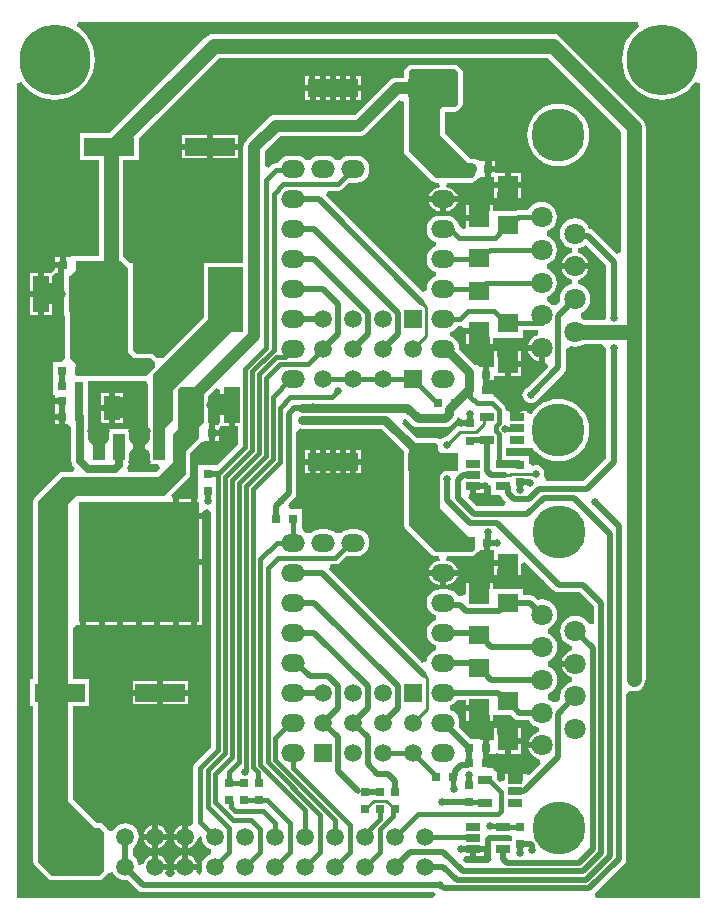
<source format=gtl>
G04*
G04 #@! TF.GenerationSoftware,Altium Limited,Altium Designer,20.0.13 (296)*
G04*
G04 Layer_Physical_Order=1*
G04 Layer_Color=255*
%FSLAX25Y25*%
%MOIN*%
G70*
G01*
G75*
%ADD10C,0.01000*%
%ADD13C,0.01500*%
%ADD16R,0.16535X0.05906*%
%ADD17R,0.02953X0.03150*%
%ADD18R,0.07000X0.06400*%
%ADD19R,0.05000X0.02500*%
%ADD20R,0.03150X0.02953*%
%ADD21R,0.11417X0.21260*%
%ADD22R,0.05400X0.12000*%
%ADD23R,0.05500X0.08000*%
%ADD24R,0.04200X0.08500*%
%ADD25R,0.40000X0.40000*%
%ADD42C,0.23622*%
%ADD43C,0.02000*%
%ADD44C,0.05000*%
%ADD45C,0.04000*%
%ADD46C,0.03000*%
%ADD47C,0.02500*%
%ADD48C,0.05906*%
%ADD49R,0.05906X0.05906*%
%ADD50O,0.07874X0.05906*%
%ADD51O,0.07874X0.05906*%
%ADD52C,0.17717*%
%ADD53C,0.07087*%
%ADD54C,0.02559*%
%ADD55C,0.02559*%
G36*
X587500Y443300D02*
X588500Y442300D01*
Y431700D01*
X587500Y430700D01*
X583000D01*
X582500Y430100D01*
Y421500D01*
X592200Y411800D01*
X594000D01*
Y408000D01*
X593000Y407000D01*
X581000D01*
X572000Y416000D01*
Y442400D01*
X572900Y443300D01*
X587500Y443300D01*
D02*
G37*
G36*
X642966Y422329D02*
Y382261D01*
X641466Y381639D01*
X633679Y389426D01*
X632852Y389978D01*
X632301Y390088D01*
X631905Y391043D01*
X631097Y392097D01*
X630043Y392905D01*
X628817Y393413D01*
X627500Y393587D01*
X626183Y393413D01*
X624957Y392905D01*
X623903Y392097D01*
X623095Y391043D01*
X622586Y389817D01*
X622413Y388500D01*
X622586Y387183D01*
X623095Y385957D01*
X623903Y384903D01*
X624957Y384095D01*
X626183Y383587D01*
X626449Y383552D01*
Y382039D01*
X626314Y382021D01*
X625209Y381563D01*
X624260Y380835D01*
X623531Y379886D01*
X623074Y378781D01*
X623049Y378594D01*
X627500D01*
X631951D01*
X631926Y378781D01*
X631469Y379886D01*
X630740Y380835D01*
X629791Y381563D01*
X628686Y382021D01*
X628551Y382039D01*
Y383552D01*
X628817Y383587D01*
X630043Y384095D01*
X631038Y384858D01*
X637951Y377944D01*
Y361472D01*
X637792Y361089D01*
X637697Y360363D01*
X637219Y359818D01*
X630527D01*
X630043Y360189D01*
X629474Y360424D01*
Y362048D01*
X630043Y362284D01*
X631097Y363092D01*
X631905Y364146D01*
X632413Y365372D01*
X632587Y366689D01*
X632413Y368005D01*
X631905Y369232D01*
X631097Y370286D01*
X630043Y371094D01*
X628817Y371603D01*
X628551Y371637D01*
Y373150D01*
X628686Y373168D01*
X629791Y373626D01*
X630740Y374354D01*
X631469Y375303D01*
X631926Y376408D01*
X631951Y376594D01*
X627500D01*
X623049D01*
X623074Y376408D01*
X623531Y375303D01*
X624260Y374354D01*
X625209Y373626D01*
X626314Y373168D01*
X626449Y373150D01*
Y371637D01*
X626183Y371603D01*
X624957Y371094D01*
X623903Y370286D01*
X623095Y369232D01*
X622586Y368005D01*
X622413Y366689D01*
X622511Y365949D01*
X621372Y364755D01*
X619916Y364833D01*
X618862Y365641D01*
X618293Y365877D01*
Y367501D01*
X618862Y367736D01*
X619916Y368545D01*
X620724Y369598D01*
X621232Y370825D01*
X621406Y372142D01*
X621232Y373458D01*
X620724Y374685D01*
X619916Y375739D01*
X618862Y376547D01*
X618293Y376783D01*
Y378406D01*
X618862Y378642D01*
X619916Y379450D01*
X620724Y380504D01*
X621232Y381731D01*
X621406Y383047D01*
X621232Y384364D01*
X620724Y385591D01*
X619916Y386644D01*
X618862Y387453D01*
X618293Y387688D01*
Y389312D01*
X618862Y389547D01*
X619916Y390356D01*
X620724Y391409D01*
X621232Y392636D01*
X621406Y393953D01*
X621232Y395269D01*
X620724Y396496D01*
X619916Y397550D01*
X618862Y398358D01*
X617635Y398866D01*
X616319Y399040D01*
X615002Y398866D01*
X613775Y398358D01*
X612722Y397550D01*
X611914Y396496D01*
X611810Y396247D01*
X608629D01*
X607751Y396072D01*
X607654Y396008D01*
X607450D01*
X607228Y395964D01*
X600000D01*
Y397958D01*
X596500D01*
Y393758D01*
X595500D01*
Y392758D01*
X591000D01*
Y390417D01*
X590264Y390064D01*
X588858Y390890D01*
X588822Y391162D01*
X588374Y392246D01*
X587660Y393176D01*
X586730Y393889D01*
X585647Y394338D01*
X584484Y394491D01*
X582516D01*
X581353Y394338D01*
X580270Y393889D01*
X579340Y393176D01*
X578626Y392246D01*
X578178Y391162D01*
X578025Y390000D01*
X578178Y388838D01*
X578626Y387754D01*
X579340Y386824D01*
X580270Y386110D01*
X581074Y385777D01*
X581203Y385112D01*
Y384888D01*
X581074Y384223D01*
X580270Y383890D01*
X579340Y383176D01*
X578626Y382246D01*
X578178Y381162D01*
X578025Y380000D01*
X578178Y378838D01*
X578626Y377754D01*
X579340Y376824D01*
X580270Y376111D01*
X581074Y375777D01*
X581203Y375112D01*
Y374888D01*
X581074Y374223D01*
X580270Y373889D01*
X579340Y373176D01*
X578626Y372246D01*
X578178Y371162D01*
X578025Y370000D01*
X578070Y369656D01*
X576649Y368956D01*
X544399Y401206D01*
X545020Y402706D01*
X548500D01*
X549378Y402880D01*
X550122Y403378D01*
X552284Y405539D01*
X552516Y405509D01*
X554484D01*
X555647Y405662D01*
X556730Y406110D01*
X557660Y406824D01*
X558374Y407754D01*
X558822Y408838D01*
X558975Y410000D01*
X558822Y411162D01*
X558374Y412246D01*
X557660Y413176D01*
X556730Y413890D01*
X555647Y414338D01*
X554484Y414491D01*
X552516D01*
X551353Y414338D01*
X550270Y413890D01*
X549340Y413176D01*
X547660D01*
X546730Y413890D01*
X545647Y414338D01*
X544484Y414491D01*
X542516D01*
X541353Y414338D01*
X540270Y413890D01*
X539340Y413176D01*
X537660D01*
X536730Y413890D01*
X535647Y414338D01*
X534484Y414491D01*
X532516D01*
X531353Y414338D01*
X530270Y413890D01*
X529340Y413176D01*
X528626Y412246D01*
X528472Y411873D01*
X527763D01*
X526885Y411698D01*
X526141Y411201D01*
X525416Y410476D01*
X524030Y411050D01*
Y415759D01*
X529242Y420970D01*
X555500D01*
X556414Y421090D01*
X557265Y421443D01*
X557996Y422004D01*
X568971Y432978D01*
X570471Y432357D01*
Y416000D01*
X570587Y415415D01*
X570919Y414919D01*
X579919Y405919D01*
X580415Y405587D01*
X581000Y405471D01*
X582294D01*
X582392Y403971D01*
X581484Y403851D01*
X580522Y403453D01*
X579697Y402819D01*
X579063Y401993D01*
X578665Y401032D01*
X578660Y401000D01*
X583500D01*
X588340D01*
X588335Y401032D01*
X587937Y401993D01*
X587303Y402819D01*
X586478Y403453D01*
X585516Y403851D01*
X584608Y403971D01*
X584706Y405471D01*
X593000D01*
X593585Y405587D01*
X594081Y405919D01*
X594732Y406569D01*
X595209Y406925D01*
X595622D01*
X595878Y407425D01*
X597354D01*
Y410000D01*
Y412575D01*
X595878D01*
X595622Y413075D01*
X594852D01*
X594630Y413183D01*
X594585Y413213D01*
X594000Y413329D01*
X593754D01*
X593559Y413410D01*
X592646Y413530D01*
X592633D01*
X584029Y422133D01*
Y429171D01*
X587500D01*
X588085Y429287D01*
X588582Y429619D01*
X589581Y430619D01*
X589913Y431115D01*
X590029Y431700D01*
Y432547D01*
X590047D01*
Y441453D01*
X590047D01*
X590029Y442300D01*
X589913Y442885D01*
X589581Y443381D01*
X588581Y444381D01*
X588085Y444713D01*
X587500Y444829D01*
X572900Y444829D01*
X572315Y444713D01*
X571819Y444381D01*
X570919Y443481D01*
X570587Y442985D01*
X570471Y442400D01*
Y440530D01*
X568000D01*
X567086Y440410D01*
X566235Y440057D01*
X565504Y439496D01*
X554038Y428030D01*
X527779D01*
X526866Y427910D01*
X526014Y427557D01*
X525283Y426996D01*
X518004Y419717D01*
X517443Y418986D01*
X517090Y418134D01*
X516970Y417221D01*
Y378869D01*
X516800Y378729D01*
X505300D01*
X504800Y378630D01*
X503886D01*
Y377779D01*
X503771Y377200D01*
Y360734D01*
X490078Y347041D01*
X490006Y346999D01*
X489767Y346929D01*
X488039Y347124D01*
X487081Y348081D01*
X486585Y348413D01*
X486000Y348529D01*
X481134D01*
X480029Y349634D01*
Y354370D01*
X480114D01*
Y378630D01*
X479033D01*
X477081Y380581D01*
X476940Y380676D01*
Y413047D01*
X481988D01*
Y420247D01*
X508707Y446966D01*
X618329D01*
X642966Y422329D01*
D02*
G37*
G36*
X478500Y377000D02*
Y349000D01*
X480500Y347000D01*
X486000D01*
X487500Y345500D01*
Y344000D01*
X484500Y341000D01*
X461000D01*
Y345000D01*
X459000Y347000D01*
Y374500D01*
X461000Y376500D01*
Y379500D01*
X476000D01*
X478500Y377000D01*
D02*
G37*
G36*
X589925Y326231D02*
Y324471D01*
X589097D01*
X588317Y324316D01*
X587655Y323874D01*
X584672Y320891D01*
X584039Y320808D01*
X583363Y320528D01*
X582783Y320082D01*
X582657Y319919D01*
X582081Y319881D01*
X581585Y320213D01*
X581000Y320329D01*
X574750D01*
X569969Y325110D01*
X570473Y326728D01*
X570913Y326808D01*
X572847Y324874D01*
X573474Y324393D01*
X574203Y324091D01*
X574987Y323988D01*
X584178D01*
X584961Y324091D01*
X585691Y324393D01*
X586318Y324874D01*
X587562Y326118D01*
X588042Y326744D01*
X588345Y327474D01*
X588346Y327484D01*
X588425Y327497D01*
X589925Y326231D01*
D02*
G37*
G36*
X516800Y359600D02*
X493600Y336400D01*
Y326500D01*
X490900Y323600D01*
Y313300D01*
X486800D01*
Y341600D01*
X505300Y360100D01*
Y377200D01*
X516800D01*
Y359600D01*
D02*
G37*
G36*
X590637Y357167D02*
X590759Y357053D01*
X595500D01*
Y356053D01*
X596500D01*
Y351853D01*
X600000D01*
Y353847D01*
X610000D01*
Y356253D01*
X615005D01*
X615133Y354757D01*
X614028Y354299D01*
X613079Y353571D01*
X612350Y352622D01*
X611893Y351517D01*
X611868Y351331D01*
X616319D01*
Y350331D01*
X617319D01*
Y345422D01*
X618193Y344869D01*
X618351Y344631D01*
X618429Y344034D01*
X611732Y337337D01*
X611348Y337178D01*
X610768Y336732D01*
X610322Y336152D01*
X610042Y335476D01*
X609946Y334750D01*
X610042Y334024D01*
X610322Y333348D01*
X610768Y332768D01*
X611348Y332322D01*
X612024Y332042D01*
X612750Y331946D01*
X613476Y332042D01*
X614152Y332322D01*
X614732Y332768D01*
X615178Y333348D01*
X615337Y333732D01*
X623759Y342154D01*
X624312Y342981D01*
X624506Y343957D01*
Y349941D01*
X626006Y350944D01*
X626183Y350870D01*
X627500Y350697D01*
X628817Y350870D01*
X630043Y351378D01*
X630527Y351749D01*
X636494D01*
X637697Y350500D01*
X637792Y349774D01*
X637951Y349391D01*
Y313556D01*
X630444Y306049D01*
X618013D01*
X617686Y306366D01*
X617115Y307549D01*
X617208Y307774D01*
X617304Y308500D01*
X617208Y309226D01*
X616928Y309902D01*
X616482Y310482D01*
X615902Y310928D01*
X615226Y311208D01*
X614500Y311303D01*
X613774Y311208D01*
X613575Y311125D01*
X612362Y311723D01*
X612075Y312033D01*
Y314331D01*
X609462D01*
X609224Y314429D01*
X608506Y314524D01*
X604344D01*
Y317000D01*
X612000D01*
Y317000D01*
X613462Y316909D01*
X613504Y316842D01*
X614562Y315602D01*
X615802Y314543D01*
X617192Y313691D01*
X618699Y313067D01*
X620284Y312686D01*
X621910Y312559D01*
X623535Y312686D01*
X625120Y313067D01*
X626627Y313691D01*
X628017Y314543D01*
X629256Y315602D01*
X630315Y316842D01*
X631167Y318232D01*
X631791Y319738D01*
X632172Y321323D01*
X632300Y322949D01*
X632172Y324574D01*
X631791Y326160D01*
X631167Y327666D01*
X630315Y329056D01*
X629256Y330296D01*
X628017Y331355D01*
X626627Y332207D01*
X625120Y332831D01*
X623535Y333211D01*
X621910Y333339D01*
X620284Y333211D01*
X618699Y332831D01*
X617192Y332207D01*
X615802Y331355D01*
X614562Y330296D01*
X613504Y329056D01*
X613000Y328234D01*
X611500Y328658D01*
Y329500D01*
X609000D01*
Y327250D01*
X607000D01*
Y329500D01*
X604500D01*
X604170Y330656D01*
X604170Y330656D01*
X604061Y330818D01*
X603672Y331401D01*
X601451Y333622D01*
X600706Y334120D01*
X600331Y334194D01*
Y335500D01*
X597854D01*
Y337500D01*
X600331D01*
Y339517D01*
X600500Y340947D01*
X601831Y340947D01*
X604000D01*
Y345147D01*
Y349347D01*
X600500D01*
Y345505D01*
X600331Y344075D01*
X599000Y344075D01*
X598854D01*
Y341500D01*
X596854D01*
Y344075D01*
X595378D01*
X595122Y344575D01*
X594277D01*
X594115Y344648D01*
X588951Y349813D01*
X588975Y350000D01*
X588822Y351162D01*
X588374Y352246D01*
X587660Y353176D01*
X586730Y353889D01*
X585925Y354223D01*
X585797Y354888D01*
Y355112D01*
X585925Y355777D01*
X586730Y356111D01*
X587660Y356824D01*
X588337Y357706D01*
X589000D01*
X589500Y357805D01*
X590637Y357167D01*
D02*
G37*
G36*
X485271Y338094D02*
Y322750D01*
X483200D01*
Y317500D01*
Y312250D01*
X485300D01*
Y311750D01*
X488627D01*
X489201Y310364D01*
X487866Y309029D01*
X478961Y309029D01*
X478533Y309467D01*
X478321Y309847D01*
X478158Y310298D01*
X478837Y311750D01*
X479100D01*
Y312250D01*
X481200D01*
Y317500D01*
Y322750D01*
X479100D01*
Y323250D01*
X471900D01*
Y322750D01*
X469800D01*
Y317500D01*
X467800D01*
Y322750D01*
X465700D01*
X465561Y323058D01*
X465240Y324425D01*
X465240Y324425D01*
X465240Y324425D01*
Y329606D01*
Y334606D01*
Y339471D01*
X484500D01*
X485271Y338094D01*
D02*
G37*
G36*
X599500Y304204D02*
Y301500D01*
X602551D01*
X602645Y301025D01*
X603198Y300198D01*
X604346Y299049D01*
X603725Y297549D01*
X594856D01*
X591905Y300500D01*
X592500Y301937D01*
Y304250D01*
X594500D01*
Y302000D01*
X597000D01*
Y303907D01*
X597090Y304139D01*
X598896Y304652D01*
X599500Y304204D01*
D02*
G37*
G36*
X509300Y336348D02*
Y332500D01*
X513000D01*
Y331500D01*
X514000D01*
Y324500D01*
X515206D01*
Y318214D01*
X509208Y312216D01*
X508075Y311331D01*
Y311331D01*
X508075Y311331D01*
X501925D01*
Y305378D01*
Y299900D01*
X493554D01*
X492933Y301400D01*
X498781Y307249D01*
X499113Y307745D01*
X499229Y308330D01*
Y313300D01*
X499229Y313300D01*
X499229Y315367D01*
X502644Y318782D01*
X502920Y318925D01*
X503622D01*
X503878Y319425D01*
X505354D01*
Y322000D01*
Y325397D01*
X505229Y325500D01*
Y334237D01*
X507914Y336922D01*
X509300Y336348D01*
D02*
G37*
G36*
X581700Y318100D02*
Y316300D01*
X582500Y315500D01*
X588500D01*
Y309500D01*
X584000D01*
X582500Y308000D01*
Y297000D01*
X592200Y287300D01*
X594000D01*
Y283500D01*
X593000Y282500D01*
X581000D01*
X572000Y291500D01*
Y317900D01*
X572900Y318800D01*
X581000D01*
X581700Y318100D01*
D02*
G37*
G36*
X536500Y323474D02*
X563047D01*
X570471Y316050D01*
Y291500D01*
X570587Y290915D01*
X570919Y290419D01*
X579919Y281419D01*
X580415Y281087D01*
X581000Y280971D01*
X582294D01*
X582392Y279471D01*
X581484Y279351D01*
X580522Y278953D01*
X579697Y278319D01*
X579063Y277493D01*
X578665Y276532D01*
X578660Y276500D01*
X583500D01*
X588340D01*
X588335Y276532D01*
X587937Y277493D01*
X587303Y278319D01*
X586478Y278953D01*
X585516Y279351D01*
X584608Y279471D01*
X584706Y280971D01*
X593000D01*
X593585Y281087D01*
X594081Y281419D01*
X594629Y281966D01*
X595157Y282425D01*
X595476D01*
X595732Y282925D01*
X597209D01*
Y285500D01*
X599209D01*
Y282925D01*
X599238D01*
X600500Y282925D01*
X600500Y281629D01*
Y279853D01*
X605000D01*
Y278853D01*
X606000D01*
Y274653D01*
X609500D01*
Y278435D01*
X610886Y279009D01*
X620198Y269698D01*
X621025Y269145D01*
X622000Y268951D01*
X628944D01*
X633651Y264244D01*
Y258518D01*
X632151Y258220D01*
X631996Y258595D01*
X631187Y259648D01*
X630134Y260456D01*
X628907Y260965D01*
X627591Y261138D01*
X626274Y260965D01*
X625047Y260456D01*
X623994Y259648D01*
X623185Y258595D01*
X622677Y257368D01*
X622504Y256051D01*
X622677Y254735D01*
X623185Y253508D01*
X623994Y252454D01*
X625047Y251646D01*
X626274Y251138D01*
X626540Y251103D01*
Y249590D01*
X626404Y249572D01*
X625299Y249114D01*
X624350Y248386D01*
X623622Y247437D01*
X623164Y246332D01*
X623140Y246146D01*
X627591D01*
Y244146D01*
X623140D01*
X623164Y243960D01*
X623622Y242854D01*
X624350Y241905D01*
X625299Y241177D01*
X626404Y240719D01*
X626540Y240702D01*
Y239189D01*
X626274Y239154D01*
X625047Y238646D01*
X623994Y237837D01*
X623185Y236784D01*
X622677Y235557D01*
X622504Y234240D01*
X622601Y233500D01*
X621463Y232306D01*
X620006Y232384D01*
X618953Y233193D01*
X618384Y233428D01*
Y235052D01*
X618953Y235288D01*
X620006Y236096D01*
X620815Y237150D01*
X621323Y238376D01*
X621496Y239693D01*
X621323Y241009D01*
X620815Y242236D01*
X620006Y243290D01*
X618953Y244098D01*
X618384Y244334D01*
Y245957D01*
X618953Y246193D01*
X620006Y247002D01*
X620815Y248055D01*
X621323Y249282D01*
X621496Y250598D01*
X621323Y251915D01*
X620815Y253142D01*
X620006Y254195D01*
X618953Y255004D01*
X618384Y255239D01*
Y256863D01*
X618953Y257099D01*
X620006Y257907D01*
X620815Y258961D01*
X621323Y260187D01*
X621496Y261504D01*
X621323Y262821D01*
X620815Y264047D01*
X620006Y265101D01*
X618953Y265909D01*
X617726Y266417D01*
X616409Y266591D01*
X615100Y266418D01*
X614263Y267255D01*
X613436Y267808D01*
X612461Y268002D01*
X610000D01*
Y270153D01*
X600000D01*
Y272147D01*
X596500D01*
Y267947D01*
X594500D01*
Y272147D01*
X591000D01*
Y268505D01*
X589832Y267537D01*
X588374Y267746D01*
X587660Y268676D01*
X586730Y269390D01*
X585647Y269838D01*
X584484Y269991D01*
X582516D01*
X581353Y269838D01*
X580270Y269390D01*
X579340Y268676D01*
X578626Y267746D01*
X578178Y266662D01*
X578025Y265500D01*
X578178Y264338D01*
X578626Y263254D01*
X579340Y262324D01*
X580270Y261611D01*
X581074Y261277D01*
X581203Y260612D01*
Y260388D01*
X581074Y259723D01*
X580270Y259389D01*
X579340Y258676D01*
X578626Y257746D01*
X578178Y256662D01*
X578025Y255500D01*
X578178Y254338D01*
X578626Y253254D01*
X579340Y252324D01*
X580270Y251610D01*
X581074Y251277D01*
X581203Y250612D01*
Y250388D01*
X581074Y249723D01*
X580270Y249390D01*
X579340Y248676D01*
X578626Y247746D01*
X578178Y246662D01*
X578106Y246120D01*
X576584Y245520D01*
X545399Y276706D01*
X546020Y278206D01*
X547516D01*
X548394Y278380D01*
X549138Y278878D01*
X551414Y281154D01*
X552516Y281009D01*
X554484D01*
X555647Y281162D01*
X556730Y281610D01*
X557660Y282324D01*
X558374Y283254D01*
X558822Y284338D01*
X558975Y285500D01*
X558822Y286662D01*
X558374Y287746D01*
X557660Y288676D01*
X556730Y289389D01*
X555647Y289838D01*
X554484Y289991D01*
X552516D01*
X551353Y289838D01*
X550270Y289389D01*
X549340Y288676D01*
X547660D01*
X546730Y289389D01*
X545647Y289838D01*
X544484Y289991D01*
X542516D01*
X541353Y289838D01*
X540270Y289389D01*
X539340Y288676D01*
X537660D01*
X537034Y289156D01*
X536476Y290425D01*
X536476Y290425D01*
X536476D01*
X536476Y290425D01*
Y296575D01*
X532621D01*
X531910Y298075D01*
X531928Y298098D01*
X532087Y298482D01*
X533802Y300198D01*
X534355Y301025D01*
X534549Y302000D01*
Y322437D01*
X535101Y322976D01*
X536049Y323534D01*
X536500Y323474D01*
D02*
G37*
G36*
X648975Y457500D02*
X648652Y457302D01*
X647059Y455941D01*
X645698Y454348D01*
X644603Y452562D01*
X643801Y450626D01*
X643312Y448589D01*
X643148Y446500D01*
X643312Y444411D01*
X643801Y442374D01*
X644603Y440438D01*
X645698Y438652D01*
X647059Y437059D01*
X648652Y435698D01*
X650438Y434603D01*
X652374Y433801D01*
X654411Y433312D01*
X656500Y433148D01*
X658589Y433312D01*
X660626Y433801D01*
X662562Y434603D01*
X664348Y435698D01*
X665941Y437059D01*
X667302Y438652D01*
X667500Y438975D01*
X669000Y438552D01*
Y167000D01*
X634611D01*
X634147Y168066D01*
X634105Y168500D01*
X643802Y178198D01*
X644355Y179025D01*
X644549Y180000D01*
Y235062D01*
X645929Y236083D01*
X646049Y236091D01*
X647000Y235965D01*
X648044Y236103D01*
X649017Y236506D01*
X649853Y237147D01*
X650494Y237983D01*
X650897Y238956D01*
X651034Y240000D01*
Y243500D01*
Y247000D01*
Y250500D01*
Y355784D01*
Y424000D01*
X651034Y424000D01*
X650897Y425044D01*
X650494Y426017D01*
X649853Y426853D01*
X649853Y426853D01*
X622853Y453853D01*
X622017Y454494D01*
X621044Y454897D01*
X620000Y455034D01*
X620000Y455034D01*
X507035D01*
X507035Y455034D01*
X505991Y454897D01*
X505018Y454494D01*
X504183Y453853D01*
X504183Y453853D01*
X472283Y421953D01*
X462453D01*
Y413047D01*
X468871D01*
Y381029D01*
X465331D01*
Y381075D01*
X459378D01*
X459122Y380575D01*
X457646D01*
Y378000D01*
X456646D01*
Y377000D01*
X454169D01*
Y376925D01*
X454169Y376599D01*
X453200Y375500D01*
X452235Y375500D01*
X450500D01*
Y369500D01*
X453200D01*
Y374000D01*
X453200Y374327D01*
X454169Y375425D01*
X455134Y375425D01*
X457300D01*
Y361000D01*
X457471D01*
Y347000D01*
X456407Y345809D01*
X456305Y345756D01*
X453579D01*
Y339606D01*
Y334606D01*
X454079D01*
Y333681D01*
X456555D01*
Y331681D01*
X454079D01*
Y331575D01*
X454079Y330106D01*
X454079Y328606D01*
Y328500D01*
X456555D01*
Y327500D01*
X457555D01*
Y324925D01*
X457995D01*
X459239Y324444D01*
X459581Y323653D01*
Y312646D01*
X459675Y311928D01*
X459952Y311259D01*
X460393Y310684D01*
X460662Y310415D01*
X460088Y309029D01*
X456500D01*
X455915Y308913D01*
X455418Y308581D01*
X447418Y300581D01*
X447087Y300085D01*
X446971Y299500D01*
Y239953D01*
X445953D01*
Y231047D01*
X446971D01*
Y179000D01*
X447087Y178415D01*
X447418Y177919D01*
X451919Y173419D01*
X452415Y173087D01*
X453000Y172971D01*
X469000D01*
X469585Y173087D01*
X470081Y173418D01*
X471581Y174918D01*
X471913Y175415D01*
X471915Y175427D01*
X473475Y175581D01*
X473610Y175254D01*
X474324Y174324D01*
X475254Y173610D01*
X476338Y173162D01*
X477500Y173009D01*
X478283Y173112D01*
X481698Y169698D01*
X482524Y169145D01*
X483500Y168951D01*
X580565D01*
X580925Y168704D01*
X581049Y168500D01*
X580207Y167000D01*
X441500D01*
Y438552D01*
X443000Y438975D01*
X443198Y438652D01*
X444559Y437059D01*
X446152Y435698D01*
X447938Y434603D01*
X449874Y433801D01*
X451911Y433312D01*
X454000Y433148D01*
X456089Y433312D01*
X458126Y433801D01*
X460062Y434603D01*
X461848Y435698D01*
X463441Y437059D01*
X464802Y438652D01*
X465897Y440438D01*
X466699Y442374D01*
X467188Y444411D01*
X467352Y446500D01*
X467188Y448589D01*
X466699Y450626D01*
X465897Y452562D01*
X464802Y454348D01*
X463441Y455941D01*
X461848Y457302D01*
X461525Y457500D01*
X461948Y459000D01*
X648552D01*
X648975Y457500D01*
D02*
G37*
G36*
X591000Y231242D02*
X595500D01*
Y230242D01*
X596500D01*
Y226042D01*
X600000D01*
Y228036D01*
X606095D01*
X607146Y226985D01*
X607973Y226432D01*
X608949Y226238D01*
X612008D01*
X612813Y225190D01*
X613866Y224382D01*
X615093Y223874D01*
X615358Y223839D01*
Y222326D01*
X615223Y222308D01*
X614118Y221850D01*
X613169Y221122D01*
X612441Y220173D01*
X611983Y219068D01*
X611959Y218882D01*
X616409D01*
Y216882D01*
X611959D01*
X611983Y216696D01*
X612441Y215591D01*
X613169Y214642D01*
X614118Y213913D01*
X615223Y213456D01*
X615519Y213417D01*
X616056Y211833D01*
X612219Y207995D01*
X611000Y208500D01*
Y208500D01*
X608500D01*
Y206250D01*
X606500D01*
Y208500D01*
X604000D01*
Y206366D01*
X602500Y205744D01*
X601500Y206744D01*
X601500Y209000D01*
X600331Y209798D01*
X600331Y210500D01*
Y211000D01*
X597854D01*
Y213000D01*
X600331D01*
Y213706D01*
X600422Y214479D01*
X601536Y215136D01*
X601831D01*
X604000D01*
Y219336D01*
Y223536D01*
X600500D01*
Y221005D01*
X600331Y219575D01*
X599000Y219575D01*
X598854D01*
Y217000D01*
X596854D01*
Y219575D01*
X596415D01*
X595122Y220075D01*
X592774Y220075D01*
X588731Y224118D01*
X588822Y224338D01*
X588975Y225500D01*
X588822Y226662D01*
X588374Y227746D01*
X587660Y228676D01*
X586730Y229390D01*
X585925Y229723D01*
X585797Y230388D01*
Y230612D01*
X585925Y231277D01*
X586730Y231610D01*
X587660Y232324D01*
X588141Y232951D01*
X591000D01*
Y231242D01*
D02*
G37*
G36*
X505000Y296696D02*
X506206Y295469D01*
Y217450D01*
X500878Y212122D01*
X500381Y211378D01*
X500206Y210500D01*
Y192500D01*
X500270Y192179D01*
X500191Y192055D01*
X499034Y191143D01*
X498532Y191351D01*
X498500Y191355D01*
Y187500D01*
Y183645D01*
X498532Y183649D01*
X499493Y184047D01*
X500319Y184681D01*
X500953Y185507D01*
X501351Y186468D01*
X501399Y186831D01*
X502610Y187585D01*
X502951Y187609D01*
X503012Y187526D01*
X503009Y187500D01*
X503162Y186338D01*
X503611Y185254D01*
X504324Y184324D01*
X505254Y183610D01*
X506059Y183277D01*
X506188Y182612D01*
Y182388D01*
X506059Y181723D01*
X505254Y181389D01*
X504324Y180676D01*
X503611Y179746D01*
X503162Y178662D01*
X503009Y177500D01*
X503162Y176338D01*
X503299Y176007D01*
X502462Y174616D01*
X502049Y174643D01*
X501192Y176084D01*
X501351Y176468D01*
X501355Y176500D01*
X493645D01*
X493649Y176468D01*
X494047Y175507D01*
X493275Y174049D01*
X491725D01*
X490953Y175507D01*
X491351Y176468D01*
X491355Y176500D01*
X487500D01*
Y177500D01*
X486500D01*
Y181355D01*
X486468Y181351D01*
X485507Y180953D01*
X484681Y180319D01*
X484047Y179493D01*
X483684Y178617D01*
X483621Y178521D01*
X482058Y177937D01*
X481921Y178035D01*
X481838Y178662D01*
X481390Y179746D01*
X480676Y180676D01*
X480049Y181157D01*
Y183843D01*
X480676Y184324D01*
X481390Y185254D01*
X481838Y186338D01*
X481991Y187500D01*
X481838Y188662D01*
X481390Y189746D01*
X480676Y190676D01*
X479746Y191390D01*
X478662Y191838D01*
X477500Y191991D01*
X476338Y191838D01*
X475254Y191390D01*
X474324Y190676D01*
X473610Y189746D01*
X473475Y189419D01*
X472879Y189345D01*
X471915Y189573D01*
X471913Y189585D01*
X471581Y190081D01*
X470081Y191581D01*
X469585Y191913D01*
X469000Y192029D01*
X468133Y192029D01*
X460029Y200133D01*
Y231047D01*
X465488D01*
Y239953D01*
X460029D01*
Y257105D01*
X461200Y257900D01*
X481200D01*
Y278900D01*
X482200D01*
Y279900D01*
X503200D01*
Y295614D01*
X503613Y296066D01*
X504700Y296736D01*
X505000Y296696D01*
D02*
G37*
G36*
X599500Y188000D02*
Y188000D01*
X605082D01*
X606425Y187622D01*
Y186000D01*
X599500D01*
Y180500D01*
X599500D01*
X599695Y180049D01*
X598710Y178549D01*
X591114D01*
X590182Y179687D01*
X590726Y181000D01*
X592500D01*
Y183250D01*
X593500D01*
Y184200D01*
X597000D01*
Y184200D01*
X597500D01*
Y186989D01*
X597662Y187261D01*
X598878Y188180D01*
X599000Y188197D01*
X599240Y188228D01*
X599500Y188000D01*
D02*
G37*
G36*
X503700Y325500D02*
X502100Y323900D01*
Y320400D01*
X497700Y316000D01*
X497700Y313300D01*
X497700D01*
Y308330D01*
X490370Y301000D01*
X461000D01*
X458500Y298500D01*
Y199500D01*
X467500Y190500D01*
X469000Y190500D01*
X470500Y189000D01*
X470500Y176000D01*
X469000Y174500D01*
X453000D01*
X448500Y179000D01*
X448500Y299500D01*
X456500Y307500D01*
X488500Y307500D01*
X493500Y312500D01*
Y314500D01*
X493500Y314500D01*
Y321800D01*
X495200Y323500D01*
X495200Y336683D01*
X496180Y337500D01*
X503700Y337500D01*
Y325500D01*
D02*
G37*
%LPC*%
G36*
X555988Y440953D02*
X547720D01*
Y438000D01*
X555988D01*
Y440953D01*
D02*
G37*
G36*
X545720D02*
X537453D01*
Y438000D01*
X545720D01*
Y440953D01*
D02*
G37*
G36*
X555988Y436000D02*
X547720D01*
Y433047D01*
X555988D01*
Y436000D01*
D02*
G37*
G36*
X545720D02*
X537453D01*
Y433047D01*
X545720D01*
Y436000D01*
D02*
G37*
G36*
X515047Y421453D02*
X506779D01*
Y418500D01*
X515047D01*
Y421453D01*
D02*
G37*
G36*
X504779D02*
X496512D01*
Y418500D01*
X504779D01*
Y421453D01*
D02*
G37*
G36*
X515047Y416500D02*
X506779D01*
Y413547D01*
X515047D01*
Y416500D01*
D02*
G37*
G36*
X504779D02*
X496512D01*
Y413547D01*
X504779D01*
Y416500D01*
D02*
G37*
G36*
X600831Y412575D02*
X599354D01*
Y411000D01*
X600831D01*
Y412575D01*
D02*
G37*
G36*
X621910Y431725D02*
X620284Y431597D01*
X618699Y431216D01*
X617192Y430592D01*
X615802Y429741D01*
X614562Y428682D01*
X613504Y427442D01*
X612652Y426052D01*
X612028Y424545D01*
X611647Y422960D01*
X611519Y421335D01*
X611647Y419709D01*
X612028Y418124D01*
X612652Y416617D01*
X613504Y415227D01*
X614562Y413988D01*
X615802Y412929D01*
X617192Y412077D01*
X618699Y411453D01*
X620284Y411072D01*
X621910Y410944D01*
X623535Y411072D01*
X625120Y411453D01*
X626627Y412077D01*
X628017Y412929D01*
X629256Y413988D01*
X630315Y415227D01*
X631167Y416617D01*
X631791Y418124D01*
X632172Y419709D01*
X632300Y421335D01*
X632172Y422960D01*
X631791Y424545D01*
X631167Y426052D01*
X630315Y427442D01*
X629256Y428682D01*
X628017Y429741D01*
X626627Y430592D01*
X625120Y431216D01*
X623535Y431597D01*
X621910Y431725D01*
D02*
G37*
G36*
X609500Y408864D02*
X606000D01*
Y405664D01*
X609500D01*
Y408864D01*
D02*
G37*
G36*
X600831Y409000D02*
X599354D01*
Y407425D01*
X600500D01*
Y405664D01*
X604000D01*
Y408864D01*
X600831D01*
Y409000D01*
D02*
G37*
G36*
X609500Y403664D02*
X606000D01*
Y400464D01*
X609500D01*
Y403664D01*
D02*
G37*
G36*
X604000D02*
X600500D01*
Y400464D01*
X604000D01*
Y403664D01*
D02*
G37*
G36*
X588340Y399000D02*
X584500D01*
Y396015D01*
X585516Y396149D01*
X586478Y396547D01*
X587303Y397181D01*
X587937Y398007D01*
X588335Y398968D01*
X588340Y399000D01*
D02*
G37*
G36*
X582500D02*
X578660D01*
X578665Y398968D01*
X579063Y398007D01*
X579697Y397181D01*
X580522Y396547D01*
X581484Y396149D01*
X582500Y396015D01*
Y399000D01*
D02*
G37*
G36*
X594500Y397958D02*
X591000D01*
Y394758D01*
X594500D01*
Y397958D01*
D02*
G37*
G36*
X594500Y355053D02*
X591000D01*
Y351853D01*
X594500D01*
Y355053D01*
D02*
G37*
G36*
X609500Y349347D02*
X606000D01*
Y346147D01*
X609500D01*
Y349347D01*
D02*
G37*
G36*
X615319Y349331D02*
X611868D01*
X611893Y349145D01*
X612350Y348040D01*
X613079Y347090D01*
X614028Y346362D01*
X615133Y345904D01*
X615319Y345880D01*
Y349331D01*
D02*
G37*
G36*
X609500Y344147D02*
X606000D01*
Y340947D01*
X609500D01*
Y344147D01*
D02*
G37*
G36*
X476850Y335500D02*
X474100D01*
Y331500D01*
X476850D01*
Y335500D01*
D02*
G37*
G36*
X472100D02*
X469350D01*
Y331500D01*
X472100D01*
Y335500D01*
D02*
G37*
G36*
X476850Y329500D02*
X474100D01*
Y325500D01*
X476850D01*
Y329500D01*
D02*
G37*
G36*
X472100D02*
X469350D01*
Y325500D01*
X472100D01*
Y329500D01*
D02*
G37*
G36*
X512000Y330500D02*
X509300D01*
Y325880D01*
X508831Y324575D01*
X507831Y324575D01*
X507354D01*
Y323000D01*
X508831D01*
Y323194D01*
X509300Y324500D01*
X510300Y324500D01*
X512000D01*
Y330500D01*
D02*
G37*
G36*
X508831Y321000D02*
X507354D01*
Y319425D01*
X508831D01*
Y321000D01*
D02*
G37*
G36*
X555988Y316453D02*
X547720D01*
Y313500D01*
X555988D01*
Y316453D01*
D02*
G37*
G36*
X545720D02*
X537453D01*
Y313500D01*
X545720D01*
Y316453D01*
D02*
G37*
G36*
X555988Y311500D02*
X547720D01*
Y308547D01*
X555988D01*
Y311500D01*
D02*
G37*
G36*
X545720D02*
X537453D01*
Y308547D01*
X545720D01*
Y311500D01*
D02*
G37*
G36*
X604000Y277853D02*
X600500D01*
Y274653D01*
X604000D01*
Y277853D01*
D02*
G37*
G36*
X588340Y274500D02*
X584500D01*
Y271515D01*
X585516Y271649D01*
X586478Y272047D01*
X587303Y272681D01*
X587937Y273507D01*
X588335Y274468D01*
X588340Y274500D01*
D02*
G37*
G36*
X582500D02*
X578660D01*
X578665Y274468D01*
X579063Y273507D01*
X579697Y272681D01*
X580522Y272047D01*
X581484Y271649D01*
X582500Y271515D01*
Y274500D01*
D02*
G37*
G36*
X455646Y380575D02*
X454169D01*
Y379000D01*
X455646D01*
Y380575D01*
D02*
G37*
G36*
X448500Y375500D02*
X445800D01*
Y369500D01*
X448500D01*
Y375500D01*
D02*
G37*
G36*
X453200Y367500D02*
X450500D01*
Y361500D01*
X453200D01*
Y367500D01*
D02*
G37*
G36*
X448500D02*
X445800D01*
Y361500D01*
X448500D01*
Y367500D01*
D02*
G37*
G36*
X455555Y326500D02*
X454079D01*
Y324925D01*
X455555D01*
Y326500D01*
D02*
G37*
G36*
X594500Y229242D02*
X591000D01*
Y226042D01*
X594500D01*
Y229242D01*
D02*
G37*
G36*
X609500Y223536D02*
X606000D01*
Y220336D01*
X609500D01*
Y223536D01*
D02*
G37*
G36*
Y218336D02*
X606000D01*
Y215136D01*
X609500D01*
Y218336D01*
D02*
G37*
G36*
X503200Y277900D02*
X483200D01*
Y257900D01*
X503200D01*
Y277900D01*
D02*
G37*
G36*
X498547Y239453D02*
X490279D01*
Y236500D01*
X498547D01*
Y239453D01*
D02*
G37*
G36*
X488279D02*
X480012D01*
Y236500D01*
X488279D01*
Y239453D01*
D02*
G37*
G36*
X498547Y234500D02*
X490279D01*
Y231547D01*
X498547D01*
Y234500D01*
D02*
G37*
G36*
X488279D02*
X480012D01*
Y231547D01*
X488279D01*
Y234500D01*
D02*
G37*
G36*
X496500Y191355D02*
X496468Y191351D01*
X495507Y190953D01*
X494681Y190319D01*
X494047Y189493D01*
X493649Y188532D01*
X493645Y188500D01*
X496500D01*
Y191355D01*
D02*
G37*
G36*
X488500D02*
Y188500D01*
X491355D01*
X491351Y188532D01*
X490953Y189493D01*
X490319Y190319D01*
X489493Y190953D01*
X488532Y191351D01*
X488500Y191355D01*
D02*
G37*
G36*
X486500D02*
X486468Y191351D01*
X485507Y190953D01*
X484681Y190319D01*
X484047Y189493D01*
X483649Y188532D01*
X483645Y188500D01*
X486500D01*
Y191355D01*
D02*
G37*
G36*
X496500Y186500D02*
X493645D01*
X493649Y186468D01*
X494047Y185507D01*
X494681Y184681D01*
X495507Y184047D01*
X496468Y183649D01*
X496500Y183645D01*
Y186500D01*
D02*
G37*
G36*
X491355D02*
X488500D01*
Y183645D01*
X488532Y183649D01*
X489493Y184047D01*
X490319Y184681D01*
X490953Y185507D01*
X491351Y186468D01*
X491355Y186500D01*
D02*
G37*
G36*
X486500D02*
X483645D01*
X483649Y186468D01*
X484047Y185507D01*
X484681Y184681D01*
X485507Y184047D01*
X486468Y183649D01*
X486500Y183645D01*
Y186500D01*
D02*
G37*
G36*
X498500Y181355D02*
Y178500D01*
X501355D01*
X501351Y178532D01*
X500953Y179493D01*
X500319Y180319D01*
X499493Y180953D01*
X498532Y181351D01*
X498500Y181355D01*
D02*
G37*
G36*
X496500D02*
X496468Y181351D01*
X495507Y180953D01*
X494681Y180319D01*
X494047Y179493D01*
X493649Y178532D01*
X493645Y178500D01*
X496500D01*
Y181355D01*
D02*
G37*
G36*
X488500D02*
Y178500D01*
X491355D01*
X491351Y178532D01*
X490953Y179493D01*
X490319Y180319D01*
X489493Y180953D01*
X488532Y181351D01*
X488500Y181355D01*
D02*
G37*
G36*
X597000Y182250D02*
X594500D01*
Y181000D01*
X597000D01*
Y182250D01*
D02*
G37*
%LPD*%
D10*
X606250Y308500D02*
X614500D01*
X604000Y308000D02*
X605750D01*
X606250Y308500D01*
X589097Y322432D02*
X594613D01*
X584765Y318100D02*
X589097Y322432D01*
X594613D02*
X597267Y325086D01*
Y326517D02*
X598000Y327250D01*
X597267Y325086D02*
Y326517D01*
X564547Y199500D02*
X567402Y196646D01*
X560453Y199500D02*
X564547D01*
X557500Y196646D02*
X557598D01*
X560453Y199500D01*
X578063Y230063D02*
Y240437D01*
X577000Y241500D02*
X578063Y240437D01*
X573500Y225500D02*
X578063Y230063D01*
X573500Y350000D02*
X577953Y354453D01*
Y364047D01*
X576500Y365500D02*
X577953Y364047D01*
D13*
X520000Y303500D02*
X529000Y312500D01*
X510800Y307311D02*
X519800Y316311D01*
X526700Y313453D02*
Y334184D01*
X524400Y314405D02*
Y340400D01*
X522100Y315358D02*
Y341595D01*
X517700Y209200D02*
Y304453D01*
X515400Y305405D02*
X524400Y314405D01*
X510800Y215332D02*
Y307311D01*
X508500Y216500D02*
Y308263D01*
X515400Y212400D02*
Y305405D01*
X517700Y304453D02*
X526700Y313453D01*
X519800Y316311D02*
Y342547D01*
X529000Y312500D02*
Y330500D01*
X513100Y306358D02*
X522100Y315358D01*
X520000Y210747D02*
Y303500D01*
X517500Y317264D02*
Y343500D01*
X513100Y214100D02*
Y306358D01*
X508500Y308263D02*
X517500Y317264D01*
X532516Y340000D02*
X533500D01*
X526700Y334184D02*
X532516Y340000D01*
X517500Y343500D02*
X524500Y350500D01*
X533500Y210500D02*
Y215500D01*
X552500Y182500D02*
Y191500D01*
X533500Y210500D02*
X552500Y191500D01*
X607975Y323525D02*
X608000Y323550D01*
X604209Y323525D02*
X607975D01*
X604184Y323500D02*
X604209Y323525D01*
X599828Y332000D02*
X602050Y329778D01*
Y312250D02*
Y321642D01*
X601000Y322692D02*
X602050Y321642D01*
X601000Y322692D02*
Y324308D01*
X602050Y325358D01*
Y312250D02*
X602550Y311750D01*
X594794Y332000D02*
X599828D01*
X602050Y325358D02*
Y329778D01*
X602550Y311750D02*
X603500D01*
X605000Y391264D02*
X607450Y393714D01*
X608390D01*
X608629Y393953D01*
X616319D01*
X597950Y382808D02*
X598890D01*
X599129Y383047D02*
X616319D01*
X598890Y382808D02*
X599129Y383047D01*
X595142Y380000D02*
X597950Y382808D01*
X595500Y369453D02*
X597950Y371903D01*
X598890D01*
X599129Y372142D01*
X616319D01*
X524500Y350500D02*
Y406316D01*
X527763Y409579D02*
X533079D01*
X524500Y406316D02*
X527763Y409579D01*
X533079D02*
X533500Y410000D01*
X586854Y207500D02*
X586927Y207427D01*
Y203573D02*
Y207427D01*
Y203573D02*
X587000Y203500D01*
X603375Y190875D02*
X603500Y190750D01*
X599125Y190875D02*
X603375D01*
X599000Y191000D02*
X599125Y190875D01*
X527805Y347300D02*
X530800D01*
X533500Y350000D01*
X519800Y342547D02*
X527000Y349747D01*
X522100Y341595D02*
X527805Y347300D01*
X527000Y349747D02*
Y401779D01*
X529000Y345000D02*
X538500D01*
X524400Y340400D02*
X529000Y345000D01*
X546500Y334000D02*
X548500Y336000D01*
X532500Y334000D02*
X546500D01*
X529000Y330500D02*
X532500Y334000D01*
X598750Y206250D02*
X602800Y202200D01*
X575000Y195000D02*
X601921D01*
X602800Y195879D01*
Y202200D01*
X517500Y209000D02*
X517700Y209200D01*
X512000Y209000D02*
X515400Y212400D01*
X505000Y209532D02*
X510800Y215332D01*
X507500Y208500D02*
X513100Y214100D01*
X502500Y210500D02*
X508500Y216500D01*
X505000Y197429D02*
X512003Y190426D01*
Y182282D02*
Y190426D01*
X507500Y177779D02*
X512003Y182282D01*
X507500Y177500D02*
Y177779D01*
X505000Y197429D02*
Y209532D01*
X530221Y405000D02*
X548500D01*
X527000Y401779D02*
X530221Y405000D01*
X548500D02*
X553500Y410000D01*
X502500Y192500D02*
Y210500D01*
X507500Y198902D02*
Y208500D01*
X502500Y192500D02*
X507500Y187500D01*
Y198902D02*
X513402Y193000D01*
X519500D01*
X512000Y199646D02*
X512098D01*
X512825Y198919D01*
Y197247D02*
Y198919D01*
X514072Y196000D02*
X523500D01*
X512825Y197247D02*
X514072Y196000D01*
X522500Y182500D02*
Y190000D01*
X519500Y193000D02*
X522500Y190000D01*
X517500Y177500D02*
X522500Y182500D01*
X520000Y210747D02*
X521667Y209081D01*
X522500Y211500D02*
X537500Y196500D01*
X522500Y211500D02*
Y280000D01*
X525000Y212253D02*
X542500Y194753D01*
X525000Y212253D02*
Y277000D01*
X527500Y213005D02*
X547500Y193005D01*
X527500Y213005D02*
Y220484D01*
X532516Y225500D01*
X525000Y277000D02*
X528500Y280500D01*
X547516D01*
X522500Y280000D02*
X528000Y285500D01*
X521667Y205688D02*
Y209081D01*
Y205688D02*
X522000Y205354D01*
X512000D02*
Y209000D01*
Y205354D02*
X512040Y205395D01*
X516960D01*
X517000Y199646D02*
X522000D01*
X532500Y182500D02*
Y192000D01*
X522000Y199646D02*
X522092Y199554D01*
X524946D02*
X532500Y192000D01*
X522092Y199554D02*
X524946D01*
X523500Y196000D02*
X527500Y192000D01*
Y177500D02*
X532500Y182500D01*
X527500Y187500D02*
Y192000D01*
X516960Y205395D02*
X517000Y205354D01*
X538500Y345000D02*
X543500Y350000D01*
X533500Y285500D02*
Y293500D01*
X537500Y187500D02*
Y196500D01*
X547500Y187500D02*
Y193005D01*
X542500Y182500D02*
Y194753D01*
X593225Y187225D02*
X593500Y186950D01*
X577775Y187225D02*
X593225D01*
X577500Y187500D02*
X577775Y187225D01*
X567500Y187500D02*
X575000Y195000D01*
X566706Y194206D02*
Y195919D01*
X562500Y190000D02*
X566706Y194206D01*
Y195919D02*
X567433Y196646D01*
X567500D01*
X562500Y182500D02*
Y190000D01*
X557500Y187500D02*
Y188253D01*
X562500Y193253D01*
Y196646D01*
X557500Y177500D02*
X562500Y182500D01*
X558000Y187146D02*
Y187500D01*
X547500Y177500D02*
X552500Y182500D01*
X537500Y177500D02*
X542500Y182500D01*
X528000Y285500D02*
X533500D01*
X552516D02*
X553500D01*
X547516Y280500D02*
X552516Y285500D01*
X563500Y215500D02*
X573500D01*
X532516Y225500D02*
X533500D01*
X608000Y323550D02*
X608500Y324050D01*
X592622Y334172D02*
Y336024D01*
Y334172D02*
X594794Y332000D01*
X602250Y388514D02*
Y388814D01*
X588676Y387000D02*
X600736D01*
X602250Y388514D01*
Y388814D02*
X604700Y391264D01*
X589000Y360000D02*
X591803Y362803D01*
X600444D02*
X604700Y358547D01*
X591803Y362803D02*
X600444D01*
X583500Y360000D02*
X589000D01*
X604700Y358547D02*
X616319D01*
X583500Y390000D02*
X585676D01*
X588676Y387000D01*
X583500Y380000D02*
X595142D01*
X583500Y370000D02*
X594953D01*
X595500Y369453D01*
X573500Y340000D02*
X580675Y332825D01*
X580919D01*
X581646Y332098D01*
Y332000D02*
Y332098D01*
X563500Y340000D02*
X573500D01*
X553500D02*
X563500D01*
X543500D02*
X553500D01*
X573500Y215244D02*
Y215500D01*
Y215244D02*
X581146Y207598D01*
Y207500D02*
Y207598D01*
X603500Y190750D02*
X603552Y190802D01*
X608948D01*
X609000Y190854D01*
X592000Y199146D02*
X592198Y198948D01*
X597302D01*
X597500Y198750D01*
Y206250D02*
X598750D01*
D16*
X455721Y235500D02*
D03*
X489280D02*
D03*
X472221Y417500D02*
D03*
X505780D02*
D03*
X546721Y312500D02*
D03*
X580279D02*
D03*
X546721Y437000D02*
D03*
X580279D02*
D03*
D17*
X527791Y293500D02*
D03*
X533500D02*
D03*
X592646Y410000D02*
D03*
X598354D02*
D03*
X592146Y341500D02*
D03*
X597854D02*
D03*
X592146Y336500D02*
D03*
X597854D02*
D03*
X587354Y332000D02*
D03*
X581646D02*
D03*
X592500Y285500D02*
D03*
X598209D02*
D03*
X592146Y217000D02*
D03*
X597854D02*
D03*
X592146Y212000D02*
D03*
X597854D02*
D03*
X586854Y207500D02*
D03*
X581146D02*
D03*
X500646Y322000D02*
D03*
X506354D02*
D03*
X462264Y342681D02*
D03*
X456555D02*
D03*
Y337681D02*
D03*
X462264D02*
D03*
X456555Y332681D02*
D03*
X462264D02*
D03*
Y327500D02*
D03*
X456555D02*
D03*
X462354Y378000D02*
D03*
X456646D02*
D03*
D18*
X605000Y404664D02*
D03*
Y391264D02*
D03*
X595500Y393758D02*
D03*
Y380358D02*
D03*
Y369453D02*
D03*
Y356053D02*
D03*
X605000Y358547D02*
D03*
Y345147D02*
D03*
Y278853D02*
D03*
Y265453D02*
D03*
X595500Y267947D02*
D03*
Y254547D02*
D03*
Y243642D02*
D03*
Y230242D02*
D03*
X605000Y232736D02*
D03*
Y219336D02*
D03*
D19*
X608000Y323550D02*
D03*
Y319750D02*
D03*
X598000Y327250D02*
D03*
X608000D02*
D03*
X598000Y319750D02*
D03*
X593500Y307950D02*
D03*
Y311750D02*
D03*
X603500Y304250D02*
D03*
X593500D02*
D03*
X603500Y311750D02*
D03*
X607500Y202550D02*
D03*
Y198750D02*
D03*
X597500Y206250D02*
D03*
X607500D02*
D03*
X597500Y198750D02*
D03*
X593500Y186950D02*
D03*
Y190750D02*
D03*
X603500Y183250D02*
D03*
X593500D02*
D03*
X603500Y190750D02*
D03*
D20*
X592500Y319500D02*
D03*
Y325209D02*
D03*
X609000Y311354D02*
D03*
Y305646D02*
D03*
X592000Y199146D02*
D03*
Y204854D02*
D03*
X609000Y190854D02*
D03*
Y185146D02*
D03*
X567500Y196646D02*
D03*
Y202354D02*
D03*
X562500Y196646D02*
D03*
Y202354D02*
D03*
X557500Y196646D02*
D03*
Y202354D02*
D03*
X522000Y199646D02*
D03*
Y205354D02*
D03*
X517000Y199646D02*
D03*
Y205354D02*
D03*
X512000Y199646D02*
D03*
Y205354D02*
D03*
X505000Y302646D02*
D03*
Y308354D02*
D03*
D21*
X472905Y366500D02*
D03*
X511095D02*
D03*
D22*
X501000Y331500D02*
D03*
X513000D02*
D03*
X461500Y368500D02*
D03*
X449500D02*
D03*
D23*
X473100Y330500D02*
D03*
X490900D02*
D03*
D24*
X495600Y317500D02*
D03*
X488900D02*
D03*
X482200D02*
D03*
X475500D02*
D03*
X468800D02*
D03*
D25*
X482200Y278900D02*
D03*
D42*
X454000Y446500D02*
D03*
X656500D02*
D03*
D43*
X598331Y335925D02*
X600423D01*
X598180Y336826D02*
X601500D01*
X597854Y336500D02*
X597889Y336465D01*
X597854Y336402D02*
Y336500D01*
Y336402D02*
X598331Y335925D01*
X601349Y335000D02*
X601500Y335151D01*
X597854Y336500D02*
Y339000D01*
X456299Y377654D02*
X456646Y378000D01*
X456299Y374646D02*
Y377654D01*
X463500Y260200D02*
X482200Y278900D01*
X494500Y291200D02*
X497800Y294500D01*
X482200Y278900D02*
X494500Y291200D01*
Y301000D01*
X500500Y297200D02*
Y301000D01*
X497800Y294500D02*
X500500Y297200D01*
X497800Y294500D02*
X504500D01*
X505000Y308354D02*
X505086Y308440D01*
X508323D01*
X505000Y308354D02*
X505098D01*
X505575Y307878D01*
X500500Y257500D02*
Y260200D01*
X494333Y257500D02*
Y260200D01*
X488167Y257500D02*
Y260200D01*
X475833Y257500D02*
Y260200D01*
X469667Y257500D02*
Y260200D01*
X463500Y257500D02*
Y260200D01*
X483500Y171500D02*
X582500D01*
X477500Y177500D02*
X483500Y171500D01*
X632200Y170200D02*
X642000Y180000D01*
X583800Y170200D02*
X632200D01*
X582500Y171500D02*
X583800Y170200D01*
X583679Y437000D02*
Y441880D01*
X496500Y312200D02*
Y320550D01*
X454000Y201000D02*
Y299200D01*
X606582Y330121D02*
X606679Y330218D01*
X609216D01*
X609313Y330315D01*
X627500Y388500D02*
X628377Y387623D01*
X631877D01*
X640500Y379000D01*
X621957Y343957D02*
Y361146D01*
X627500Y366689D01*
X640500Y312500D02*
Y350500D01*
X631500Y303500D02*
X640500Y312500D01*
Y360363D02*
Y379000D01*
X615500Y303500D02*
X631500D01*
X612000Y300000D02*
X615500Y303500D01*
X634000Y299000D02*
X642000Y291000D01*
Y180000D02*
Y291000D01*
X607000Y300000D02*
X612000D01*
X627000Y300500D02*
X639000Y288500D01*
Y181000D02*
Y288500D01*
X617000Y300500D02*
X627000D01*
X611500Y295000D02*
X617000Y300500D01*
X609000Y305576D02*
X609035Y305611D01*
X605000Y302000D02*
X607000Y300000D01*
X609000Y303080D02*
Y305576D01*
X621862Y214034D02*
Y228512D01*
X627591Y234240D02*
X627591D01*
X621862Y228512D02*
X627591Y234240D01*
X633400Y183320D02*
Y250242D01*
X627591Y256051D02*
X633400Y250242D01*
X605000Y232736D02*
X605300D01*
X604700D02*
X605000D01*
X612461Y265453D02*
X616409Y261504D01*
X599449Y250598D02*
X616409D01*
X598000Y252047D02*
X599449Y250598D01*
X598000Y252047D02*
Y252347D01*
X595800Y254547D02*
X598000Y252347D01*
X595500Y254547D02*
X595800D01*
X594547Y255500D02*
X595500Y254547D01*
X598000Y241142D02*
X599449Y239693D01*
X598000Y241142D02*
Y241442D01*
X595800Y243642D02*
X598000Y241442D01*
X595500Y243642D02*
X595800D01*
X599449Y239693D02*
X616409D01*
X593642Y245500D02*
X595500Y243642D01*
X608949Y228787D02*
X616409D01*
X607500Y230236D02*
X608949Y228787D01*
X607500Y230236D02*
Y230536D01*
X605300Y232736D02*
X607500Y230536D01*
X613000Y183000D02*
Y184239D01*
X612767Y185175D02*
X613000Y184239D01*
X609029Y185175D02*
X612767D01*
X583500Y177500D02*
X588000Y173000D01*
X631000D02*
X639000Y181000D01*
X588000Y173000D02*
X631000D01*
X630040Y176000D02*
X636200Y182160D01*
X590000Y176000D02*
X630040D01*
X583500Y182500D02*
X590000Y176000D01*
X628880Y178800D02*
X633400Y183320D01*
X603500Y179972D02*
Y183250D01*
Y179972D02*
X604672Y178800D01*
X628880D01*
X599500Y308000D02*
X604000D01*
X598000Y309500D02*
Y319750D01*
Y309500D02*
X599500Y308000D01*
X543000Y275500D02*
X577000Y241500D01*
X533500Y275500D02*
X543000D01*
X593800Y295000D02*
X611500D01*
X601500Y292000D02*
X622000Y271500D01*
X592622Y292000D02*
X601500D01*
X622000Y271500D02*
X630000D01*
X603500Y304250D02*
X604750D01*
X605000Y304000D01*
Y302000D02*
Y304000D01*
X588500Y300300D02*
X593800Y295000D01*
X584900Y299722D02*
X592622Y292000D01*
X598393Y285754D02*
Y288813D01*
X598500Y288920D01*
X598174Y285535D02*
X598393Y285754D01*
X593000Y226689D02*
Y227742D01*
X595349Y223189D02*
X595500D01*
X593000Y226689D02*
X598000D01*
X593107Y225082D02*
X593456D01*
X593000Y225189D02*
X598000D01*
X593000D02*
X593107Y225082D01*
X593000Y225189D02*
Y226689D01*
X593456Y225082D02*
X595349Y223189D01*
X593000Y227742D02*
X595500Y230242D01*
X598000Y226689D02*
Y227742D01*
X595500Y230242D02*
X598000Y227742D01*
Y225189D02*
Y226689D01*
X595651Y223189D02*
X597544Y225082D01*
X595500Y223189D02*
X595651D01*
X597893Y225082D02*
X598000Y225189D01*
X597544Y225082D02*
X597893D01*
X601349Y210500D02*
X601500Y210651D01*
X597854Y217000D02*
X597889Y217035D01*
X598247Y214107D02*
X601393D01*
X597854Y212000D02*
X598180Y212326D01*
X601500D01*
X597854Y214500D02*
X598247Y214107D01*
X601393D02*
X601500Y214000D01*
X597889Y217035D02*
Y220389D01*
X597854Y212000D02*
X597889Y211965D01*
Y220389D02*
X598000Y220500D01*
X601500Y212326D02*
Y214000D01*
Y210651D02*
Y212326D01*
X591927Y199073D02*
X592000Y199146D01*
X583073Y199073D02*
X591927D01*
X583000Y199000D02*
X583073Y199073D01*
X477500Y177500D02*
Y187500D01*
X529500Y299500D02*
X532000Y302000D01*
X527791Y297791D02*
X529500Y299500D01*
X505000D02*
Y302646D01*
X527791Y293500D02*
Y297791D01*
X532000Y302000D02*
Y328500D01*
X533893Y330393D01*
X536393D02*
X536500Y330500D01*
X533893Y330393D02*
X536393D01*
X592146Y212000D02*
Y217000D01*
Y211902D02*
Y212000D01*
X592139Y325500D02*
X592465Y325174D01*
X589500Y325500D02*
X592139D01*
X539982Y432100D02*
Y436979D01*
X496500Y320550D02*
X496700Y320750D01*
X495600Y319650D02*
X496500Y320550D01*
Y323567D01*
X454000Y201000D02*
X467500Y187500D01*
X454000Y299200D02*
X459500Y304700D01*
X489000D01*
X496500Y312200D01*
X507947Y334000D02*
X509447D01*
X505947Y331651D02*
X507840Y333544D01*
X510500Y334000D02*
X513000Y331500D01*
X507947Y329000D02*
Y334000D01*
X507840Y333893D02*
X507947Y334000D01*
X505947Y331500D02*
Y331651D01*
X509447Y334000D02*
X510500D01*
X507840Y333544D02*
Y333893D01*
X509447Y329000D02*
Y334000D01*
X505947Y331349D02*
Y331500D01*
X598389Y410035D02*
X601646D01*
X598646Y410361D02*
Y413000D01*
X584900Y299722D02*
Y306800D01*
X580300Y307600D02*
Y312479D01*
X587059Y437020D02*
Y441900D01*
X587079Y432080D02*
Y436959D01*
X583700Y432100D02*
Y436979D01*
X546721Y312500D02*
Y317379D01*
X550120Y312500D02*
Y317379D01*
X543361Y312500D02*
Y317379D01*
X539982Y312521D02*
Y317400D01*
X553500Y312521D02*
Y317400D01*
X553520Y307579D02*
Y312459D01*
X540002Y307579D02*
Y312459D01*
X543382Y307600D02*
Y312479D01*
X550141Y307600D02*
Y312479D01*
X546741Y307600D02*
Y312479D01*
X546721Y432121D02*
Y437000D01*
X550120Y432121D02*
Y437000D01*
X543361Y432121D02*
Y437000D01*
X553500Y432100D02*
Y436979D01*
X553479Y437041D02*
Y441921D01*
X539961Y437041D02*
Y441921D01*
X543341Y437020D02*
Y441900D01*
X550100Y437020D02*
Y441900D01*
X546700Y437020D02*
Y441900D01*
X453500Y378000D02*
X456646D01*
Y381146D01*
X506354Y318854D02*
Y322000D01*
X509500D01*
X456555Y327500D02*
Y332681D01*
Y324354D02*
Y327500D01*
X453409D02*
X456555D01*
X453409Y332681D02*
X456555D01*
X479700Y312447D02*
X484700D01*
X479700Y313947D02*
X484700D01*
X479700Y312447D02*
Y313947D01*
Y315000D01*
X484700Y312447D02*
Y313947D01*
Y315000D01*
X479700D02*
X482200Y317500D01*
X484700Y315000D01*
X479700Y312447D02*
X479807Y312340D01*
X480156D01*
X482049Y310447D01*
X482200D01*
X484593Y312340D02*
X484700Y312447D01*
X484244Y312340D02*
X484593D01*
X482351Y310447D02*
X484244Y312340D01*
X482200Y310447D02*
X482351D01*
X479700Y322553D02*
X484700D01*
X479700Y321053D02*
X484700D01*
Y322553D01*
Y320000D02*
Y321053D01*
X479700D02*
Y322553D01*
Y320000D02*
Y321053D01*
X482200Y317500D02*
X484700Y320000D01*
X479700D02*
X482200Y317500D01*
X484593Y322660D02*
X484700Y322553D01*
X484244Y322660D02*
X484593D01*
X482351Y324553D02*
X484244Y322660D01*
X482200Y324553D02*
X482351D01*
X479700Y322553D02*
X479807Y322660D01*
X480156D01*
X482049Y324553D01*
X482200D01*
X466300Y322553D02*
X471300D01*
X466300Y321053D02*
X471300D01*
Y322553D01*
Y320000D02*
Y321053D01*
X466300D02*
Y322553D01*
Y320000D02*
Y321053D01*
X468800Y317500D02*
X471300Y320000D01*
X466300D02*
X468800Y317500D01*
X471193Y322660D02*
X471300Y322553D01*
X470844Y322660D02*
X471193D01*
X468951Y324553D02*
X470844Y322660D01*
X468800Y324553D02*
X468951D01*
X466300Y322553D02*
X466407Y322660D01*
X466756D01*
X468649Y324553D01*
X468800D01*
X454553Y366000D02*
Y371000D01*
X453053Y366000D02*
Y371000D01*
Y366000D02*
X454553D01*
X452000D02*
X453053D01*
Y371000D02*
X454553D01*
X452000D02*
X453053D01*
X449500Y368500D02*
X452000Y366000D01*
X449500Y368500D02*
X452000Y371000D01*
X454553Y366000D02*
X454660Y366107D01*
Y366456D01*
X456553Y368349D01*
Y368500D01*
X454553Y371000D02*
X454660Y370893D01*
Y370544D02*
Y370893D01*
Y370544D02*
X456553Y368651D01*
Y368500D02*
Y368651D01*
X507947Y329000D02*
X509447D01*
X510500D01*
X513000Y331500D01*
X507840Y329107D02*
X507947Y329000D01*
X507840Y329107D02*
Y329456D01*
X505947Y331349D02*
X507840Y329456D01*
X478153Y328000D02*
Y333000D01*
X476653Y328000D02*
Y333000D01*
Y328000D02*
X478153D01*
X475600D02*
X476653D01*
Y333000D02*
X478153D01*
X475600D02*
X476653D01*
X473100Y330500D02*
X475600Y328000D01*
X473100Y330500D02*
X475600Y333000D01*
X478153Y328000D02*
X478260Y328107D01*
Y328456D01*
X480153Y330349D01*
Y330500D01*
X478153Y333000D02*
X478260Y332893D01*
Y332544D02*
Y332893D01*
Y332544D02*
X480153Y330651D01*
Y330500D02*
Y330651D01*
X456555Y337681D02*
Y342681D01*
X495600Y317500D02*
Y319650D01*
X496700Y320750D02*
X499494D01*
X500646Y321902D01*
Y322000D01*
X500823Y331323D02*
X501000Y331500D01*
X500823Y322177D02*
Y331323D01*
X500646Y322000D02*
X500823Y322177D01*
X462264Y342681D02*
Y367736D01*
X461500Y368500D02*
X462264Y367736D01*
X540504Y390000D02*
X568453Y362052D01*
Y354953D02*
Y362052D01*
X533500Y390000D02*
X540504D01*
Y380000D02*
X558500Y362004D01*
X533500Y380000D02*
X540504D01*
X558500Y355000D02*
Y362004D01*
X636200Y182160D02*
Y265300D01*
X630000Y271500D02*
X636200Y265300D01*
X561500Y208500D02*
X565000D01*
X567500Y206000D01*
X588500Y306500D02*
X590000Y308000D01*
X588500Y300300D02*
Y306500D01*
X590000Y308000D02*
X593450D01*
X593570Y304250D02*
X597603D01*
X593450Y308000D02*
X593500Y307950D01*
X577500Y177500D02*
X583500D01*
X572500Y182500D02*
X583500D01*
X567500Y177500D02*
X572500Y182500D01*
X567500Y202354D02*
Y206000D01*
X558453Y211547D02*
X561500Y208500D01*
X548453Y209402D02*
X555000Y202854D01*
X558453Y211547D02*
Y220547D01*
X553500Y225500D02*
X558453Y220547D01*
X557500Y202354D02*
X562500D01*
X543500Y225500D02*
X548453Y220547D01*
Y209402D02*
Y220547D01*
X533500Y265500D02*
X540504D01*
Y255500D02*
X558453Y237551D01*
Y230453D02*
Y237551D01*
X563500Y225500D02*
X568453Y230453D01*
X533500Y255500D02*
X540504D01*
X568453Y230453D02*
Y237551D01*
X540504Y265500D02*
X568453Y237551D01*
X534484Y245500D02*
X539096Y240888D01*
X533500Y245500D02*
X534484D01*
X545116Y240888D02*
X548453Y237551D01*
X553500Y225500D02*
X558453Y230453D01*
X548453D02*
Y237551D01*
X539096Y240888D02*
X545116D01*
X543500Y225500D02*
X548453Y230453D01*
X533500Y235500D02*
X543500D01*
X612750Y334750D02*
X621957Y343957D01*
X609035Y181896D02*
Y185111D01*
X607750Y202800D02*
X610628D01*
X621862Y214034D01*
X607500Y202550D02*
X607750Y202800D01*
X593530Y180529D02*
Y183221D01*
X593500Y180500D02*
X593530Y180529D01*
X593500Y183250D02*
X593530Y183221D01*
X590250Y183215D02*
X593465D01*
X609000Y185146D02*
X609029Y185175D01*
X608785Y206285D02*
X609000Y206500D01*
Y207814D01*
Y209128D01*
X608996Y209125D02*
X609000Y209128D01*
X608943Y207757D02*
X609000Y207814D01*
X606082Y209121D02*
X606086Y209125D01*
X606189Y206500D02*
Y207757D01*
X606086Y209125D02*
X608996D01*
X606189Y207757D02*
Y209014D01*
X606082Y209121D02*
X606189Y209014D01*
Y206500D02*
X606404Y206285D01*
X608785D01*
X606189Y207757D02*
X608943D01*
X601349Y210500D02*
X601500D01*
X600423Y211425D02*
X601349Y210500D01*
X598331Y211425D02*
X600423D01*
X597854Y211902D02*
X598331Y211425D01*
X597854Y211902D02*
Y212000D01*
Y214500D01*
Y217000D01*
X592000Y204854D02*
Y208000D01*
X591669Y211425D02*
X592146Y211902D01*
X589425Y211425D02*
X591669D01*
X587331Y209331D02*
X589425Y211425D01*
X587331Y207976D02*
Y209331D01*
X586854Y207500D02*
X587331Y207976D01*
X583500Y225500D02*
X583744D01*
X592146Y217098D01*
Y217000D02*
Y217098D01*
X598209Y285500D02*
X601424D01*
X604849Y226389D02*
X605000D01*
X602956Y224496D02*
X604849Y226389D01*
X602607Y224496D02*
X602956D01*
X602500Y224389D02*
X602607Y224496D01*
X605000Y226389D02*
X605151D01*
X607044Y224496D01*
X607393D01*
X607500Y224389D01*
X602500Y221836D02*
X605000Y219336D01*
X607500Y221836D01*
X602500D02*
Y222889D01*
Y224389D01*
X607500Y221836D02*
Y222889D01*
Y224389D01*
X602500Y222889D02*
X607500D01*
X602500Y224389D02*
X607500D01*
X605000Y271800D02*
X605151D01*
X607044Y273693D01*
X607393D01*
X607500Y273800D01*
X604849Y271800D02*
X605000D01*
X602956Y273693D02*
X604849Y271800D01*
X602607Y273693D02*
X602956D01*
X602500Y273800D02*
X602607Y273693D01*
X605000Y278853D02*
X607500Y276353D01*
X602500D02*
X605000Y278853D01*
X607500Y275300D02*
Y276353D01*
Y273800D02*
Y275300D01*
X602500D02*
Y276353D01*
Y273800D02*
Y275300D01*
X607500D01*
X602500Y273800D02*
X607500D01*
X595349Y275000D02*
X595500D01*
X593456Y273107D02*
X595349Y275000D01*
X593107Y273107D02*
X593456D01*
X593000Y273000D02*
X593107Y273107D01*
X595500Y275000D02*
X595651D01*
X597544Y273107D01*
X597893D01*
X598000Y273000D01*
X593000Y270447D02*
X595500Y267947D01*
X598000Y270447D01*
X593000D02*
Y271500D01*
Y273000D01*
X598000Y270447D02*
Y271500D01*
Y273000D01*
X593000Y271500D02*
X598000D01*
X593000Y273000D02*
X598000D01*
X605000Y265453D02*
X612461D01*
X604700D02*
X605000D01*
X583500Y265500D02*
X584247Y264753D01*
X589166D01*
X591172Y262747D01*
X601995D01*
X604700Y265453D01*
X583500Y235500D02*
X601936D01*
X604700Y232736D01*
X583500Y245500D02*
X593642D01*
X583500Y255500D02*
X594547D01*
X533500Y400000D02*
X542000D01*
X576500Y365500D01*
X563500Y350000D02*
X568453Y354953D01*
X553500Y350000D02*
X558500Y355000D01*
X533500Y370000D02*
X543500D01*
Y350000D02*
X548453Y354953D01*
Y365047D01*
X543500Y370000D02*
X548453Y365047D01*
X533500Y360000D02*
X543500D01*
X601500Y336826D02*
Y338500D01*
Y335151D02*
Y336826D01*
X597854Y336500D02*
X598180Y336826D01*
X597854Y339000D02*
Y341500D01*
X601393Y338607D02*
X601500Y338500D01*
X598247Y338607D02*
X601393D01*
X597854Y339000D02*
X598247Y338607D01*
X600423Y335925D02*
X601349Y335000D01*
X601500D01*
X606689Y327500D02*
X606904Y327285D01*
X606582Y330121D02*
X606689Y330014D01*
Y327500D02*
Y330014D01*
X592146Y336500D02*
X592622Y336024D01*
X592465Y325244D02*
Y328500D01*
X602500Y401111D02*
X607500D01*
X602500Y399611D02*
X607500D01*
X602500Y350200D02*
X607500D01*
X602500Y348700D02*
X607500D01*
X593000Y398811D02*
X598000D01*
X593000Y397311D02*
X598000D01*
X593000Y352500D02*
X598000D01*
X593000Y351000D02*
X598000D01*
X593535Y301000D02*
Y304215D01*
X609000Y305646D02*
X609029Y305675D01*
X612174D01*
X612349Y305500D01*
X612500D01*
X597875Y319625D02*
X598000Y319750D01*
X592625Y319625D02*
X597875D01*
X592500Y319500D02*
X592625Y319625D01*
X597889Y344889D02*
X598000Y345000D01*
X597889Y341535D02*
Y344889D01*
X607500Y401111D02*
Y402164D01*
Y399611D02*
Y401111D01*
X602500D02*
Y402164D01*
Y399611D02*
Y401111D01*
X598000Y352500D02*
Y353553D01*
Y351000D02*
Y352500D01*
Y397311D02*
Y398811D01*
Y396258D02*
Y397311D01*
X607500Y348700D02*
Y350200D01*
Y347647D02*
Y348700D01*
X602500D02*
Y350200D01*
Y347647D02*
Y348700D01*
X593000Y397311D02*
Y398811D01*
Y396258D02*
Y397311D01*
Y352500D02*
Y353553D01*
Y351000D02*
Y352500D01*
X597854Y341500D02*
X597889Y341535D01*
X602500Y402164D02*
X605000Y404664D01*
X607500Y402164D01*
X602500Y399611D02*
X602607Y399504D01*
X602956D01*
X604849Y397611D01*
X605000D01*
X607393Y399504D02*
X607500Y399611D01*
X607044Y399504D02*
X607393D01*
X605151Y397611D02*
X607044Y399504D01*
X605000Y397611D02*
X605151D01*
X595500Y393758D02*
X598000Y396258D01*
X593000D02*
X595500Y393758D01*
X597893Y398918D02*
X598000Y398811D01*
X597544Y398918D02*
X597893D01*
X595651Y400811D02*
X597544Y398918D01*
X595500Y400811D02*
X595651D01*
X593000Y398811D02*
X593107Y398918D01*
X593456D01*
X595349Y400811D01*
X595500D01*
X605000Y345147D02*
X607500Y347647D01*
X602500D02*
X605000Y345147D01*
X607393Y350307D02*
X607500Y350200D01*
X607044Y350307D02*
X607393D01*
X605151Y352200D02*
X607044Y350307D01*
X605000Y352200D02*
X605151D01*
X602500Y350200D02*
X602607Y350307D01*
X602956D01*
X604849Y352200D01*
X605000D01*
X595500Y349000D02*
X595651D01*
X597544Y350893D01*
X597893D01*
X598000Y351000D01*
X595349Y349000D02*
X595500D01*
X593456Y350893D02*
X595349Y349000D01*
X593107Y350893D02*
X593456D01*
X593000Y351000D02*
X593107Y350893D01*
X595500Y356053D02*
X598000Y353553D01*
X593000D02*
X595500Y356053D01*
D44*
X647000Y355784D02*
Y424000D01*
X627500Y355784D02*
X647000D01*
Y250500D02*
Y355784D01*
Y243500D02*
Y247000D01*
Y240000D02*
Y243500D01*
X472905Y366500D02*
Y416870D01*
X507035Y451000D02*
X620000D01*
X472905Y416870D02*
X507035Y451000D01*
X620000D02*
X647000Y424000D01*
Y247000D02*
Y250500D01*
D45*
X580279Y437000D02*
X580300D01*
X576920D02*
X580279D01*
X568000D02*
X576920D01*
X520500Y354500D02*
Y417221D01*
X527779Y424500D02*
X555500D01*
X520500Y417221D02*
X527779Y424500D01*
X580279Y413221D02*
Y437000D01*
X555500Y424500D02*
X568000Y437000D01*
X502100Y336100D02*
X520500Y354500D01*
X576941Y432100D02*
Y436979D01*
X580300Y432100D02*
Y436979D01*
X507386Y362791D02*
X511095Y366500D01*
X507386Y355886D02*
Y362791D01*
X490900Y339400D02*
X507386Y355886D01*
X490900Y330500D02*
Y339400D01*
X488900Y317500D02*
Y327250D01*
X490900Y329250D01*
Y330500D01*
X583500Y410000D02*
X592646D01*
X583437D02*
X583500D01*
X581864Y411573D02*
X583437Y410000D01*
X581864Y411573D02*
Y411636D01*
X580279Y413221D02*
X581864Y411636D01*
D46*
X576473Y312479D02*
X580300D01*
X540000Y326500D02*
X547000D01*
X536500Y330500D02*
X543500D01*
X547000Y326500D02*
X564300D01*
X573512Y315441D02*
Y317288D01*
Y315441D02*
X576473Y312479D01*
X564300Y326500D02*
X573512Y317288D01*
X547000Y330500D02*
X571500D01*
X543500D02*
X547000D01*
X571500D02*
X574987Y327013D01*
X536500Y326500D02*
X540000D01*
X585422Y328257D02*
Y330016D01*
X584178Y327013D02*
X585422Y328257D01*
X574987Y327013D02*
X584178D01*
X587354Y331949D02*
Y332000D01*
X585422Y330016D02*
X587354Y331949D01*
Y332000D02*
Y332051D01*
X591728Y336425D01*
X592122D01*
X592146Y336449D01*
Y336500D01*
Y341500D01*
X583500Y350000D02*
X584484D01*
X592122Y342362D01*
Y341524D02*
Y342362D01*
Y341524D02*
X592146Y341500D01*
D47*
X577500Y297500D02*
Y310797D01*
X462309Y327545D02*
Y337636D01*
X475500Y311500D02*
Y317500D01*
X465000Y310000D02*
X474000D01*
X475500Y311500D01*
X462354Y312646D02*
Y327500D01*
Y312646D02*
X465000Y310000D01*
X462264Y337681D02*
X462309Y337636D01*
Y327545D02*
X462354Y327500D01*
X577500Y297500D02*
X583500Y291500D01*
Y285500D02*
Y291500D01*
Y285500D02*
X592500D01*
X603500Y311750D02*
X608506D01*
X608902Y311354D01*
X609000D01*
D48*
X553500Y225500D02*
D03*
Y235500D02*
D03*
X563500Y225500D02*
D03*
Y235500D02*
D03*
X573500Y225500D02*
D03*
X543500Y235500D02*
D03*
Y225500D02*
D03*
X553500Y215500D02*
D03*
X563500D02*
D03*
X573500D02*
D03*
X553500Y350000D02*
D03*
Y360000D02*
D03*
X563500Y350000D02*
D03*
Y360000D02*
D03*
X573500Y350000D02*
D03*
X543500Y360000D02*
D03*
Y350000D02*
D03*
X563500Y340000D02*
D03*
X553500D02*
D03*
X543500D02*
D03*
X507500Y187500D02*
D03*
Y177500D02*
D03*
X487500Y187500D02*
D03*
Y177500D02*
D03*
X457500Y187500D02*
D03*
X467500Y177500D02*
D03*
Y187500D02*
D03*
X477500Y177500D02*
D03*
Y187500D02*
D03*
X497500D02*
D03*
Y177500D02*
D03*
X517500D02*
D03*
Y187500D02*
D03*
X527500Y177500D02*
D03*
X537500D02*
D03*
X547500D02*
D03*
Y187500D02*
D03*
X537500D02*
D03*
X527500D02*
D03*
X557500Y177500D02*
D03*
Y187500D02*
D03*
X567500Y177500D02*
D03*
Y187500D02*
D03*
X577500Y177500D02*
D03*
Y187500D02*
D03*
D49*
X573500Y235500D02*
D03*
X543500Y215500D02*
D03*
X573500Y360000D02*
D03*
Y340000D02*
D03*
X457500Y177500D02*
D03*
D50*
X583500Y380000D02*
D03*
Y370000D02*
D03*
Y360000D02*
D03*
Y350000D02*
D03*
Y340000D02*
D03*
Y390000D02*
D03*
Y400000D02*
D03*
Y410000D02*
D03*
X533500D02*
D03*
Y400000D02*
D03*
Y390000D02*
D03*
Y340000D02*
D03*
Y350000D02*
D03*
Y360000D02*
D03*
Y370000D02*
D03*
Y380000D02*
D03*
X583500Y255500D02*
D03*
Y245500D02*
D03*
Y235500D02*
D03*
Y225500D02*
D03*
Y215500D02*
D03*
Y265500D02*
D03*
Y275500D02*
D03*
Y285500D02*
D03*
X533500D02*
D03*
Y275500D02*
D03*
Y265500D02*
D03*
Y215500D02*
D03*
Y225500D02*
D03*
Y235500D02*
D03*
Y245500D02*
D03*
Y255500D02*
D03*
D51*
X543500Y410000D02*
D03*
X553500D02*
D03*
X543500Y285500D02*
D03*
X553500D02*
D03*
D52*
X622000Y190500D02*
D03*
Y288886D02*
D03*
X621910Y421335D02*
D03*
Y322949D02*
D03*
D53*
X616409Y239693D02*
D03*
Y250598D02*
D03*
Y261504D02*
D03*
Y228787D02*
D03*
Y217882D02*
D03*
X627591Y234240D02*
D03*
Y223335D02*
D03*
Y245146D02*
D03*
Y256051D02*
D03*
X627500Y388500D02*
D03*
Y377594D02*
D03*
Y355784D02*
D03*
Y366689D02*
D03*
X616319Y350331D02*
D03*
Y361236D02*
D03*
Y393953D02*
D03*
Y383047D02*
D03*
Y372142D02*
D03*
D54*
X582500Y171500D02*
D03*
X612750Y334750D02*
D03*
X609313Y330315D02*
D03*
X604184Y323500D02*
D03*
X640500Y350500D02*
D03*
Y360363D02*
D03*
X634000Y299000D02*
D03*
X614500Y308500D02*
D03*
X609000Y303080D02*
D03*
X613000Y183000D02*
D03*
X472500Y168500D02*
D03*
Y173000D02*
D03*
X482573Y192573D02*
D03*
X492427D02*
D03*
X482427Y182427D02*
D03*
X502427D02*
D03*
X492427D02*
D03*
X443000Y168500D02*
D03*
X475833Y297500D02*
D03*
X469667D02*
D03*
X463500D02*
D03*
X500500D02*
D03*
X494333D02*
D03*
X488167D02*
D03*
X475833Y291333D02*
D03*
X469667D02*
D03*
X463500D02*
D03*
X500500D02*
D03*
X494333D02*
D03*
X488167D02*
D03*
X475833Y285167D02*
D03*
X469667D02*
D03*
X463500D02*
D03*
X500500D02*
D03*
X494333D02*
D03*
X488167D02*
D03*
X475833Y279000D02*
D03*
X469667D02*
D03*
X463500D02*
D03*
X500500D02*
D03*
X494333D02*
D03*
X488167D02*
D03*
X475833Y272833D02*
D03*
X469667D02*
D03*
X463500D02*
D03*
X500500D02*
D03*
X494333D02*
D03*
X488167D02*
D03*
X475833Y266667D02*
D03*
X469667D02*
D03*
X463500D02*
D03*
X500500D02*
D03*
X494333D02*
D03*
X488167D02*
D03*
X482000Y297500D02*
D03*
Y291333D02*
D03*
Y285167D02*
D03*
Y279000D02*
D03*
Y272833D02*
D03*
Y266667D02*
D03*
X488167Y260500D02*
D03*
X494333D02*
D03*
X500500D02*
D03*
X463500D02*
D03*
X469667D02*
D03*
X475833D02*
D03*
X482000D02*
D03*
X598500Y288920D02*
D03*
X593000Y225189D02*
D03*
X595500Y223189D02*
D03*
X598000Y220500D02*
D03*
X601500Y214000D02*
D03*
X647000Y250500D02*
D03*
Y240000D02*
D03*
X646935Y243500D02*
D03*
X647000Y247000D02*
D03*
X587000Y203500D02*
D03*
X599000Y191000D02*
D03*
X583000Y199000D02*
D03*
X529500Y299500D02*
D03*
X505000D02*
D03*
X482500Y345000D02*
D03*
X479000Y345065D02*
D03*
X475500Y345000D02*
D03*
X486000D02*
D03*
X543500Y330500D02*
D03*
X540000Y330565D02*
D03*
X536500Y330500D02*
D03*
X547000D02*
D03*
X548500Y336000D02*
D03*
X536500Y326500D02*
D03*
X547000D02*
D03*
X589500Y325500D02*
D03*
X539982Y432100D02*
D03*
X543500Y326435D02*
D03*
X540000Y326500D02*
D03*
X507947Y334000D02*
D03*
X601646Y410000D02*
D03*
X598646Y413000D02*
D03*
X496500Y323567D02*
D03*
Y336100D02*
D03*
Y332967D02*
D03*
Y329833D02*
D03*
Y326700D02*
D03*
X584765Y318100D02*
D03*
X584865Y306800D02*
D03*
X546721Y317379D02*
D03*
X550120D02*
D03*
X543361D02*
D03*
X539982Y317400D02*
D03*
X553500D02*
D03*
X553520Y307579D02*
D03*
X540002D02*
D03*
X543382Y307600D02*
D03*
X550141D02*
D03*
X546741D02*
D03*
X546721Y432121D02*
D03*
X550120D02*
D03*
X543361D02*
D03*
X553500Y432100D02*
D03*
X553479Y441921D02*
D03*
X539961D02*
D03*
X543341Y441900D02*
D03*
X550100D02*
D03*
X546700D02*
D03*
X453500Y378000D02*
D03*
X456646Y381146D02*
D03*
X506354Y318854D02*
D03*
X509500Y322000D02*
D03*
X456555Y324354D02*
D03*
X453409Y327500D02*
D03*
Y332681D02*
D03*
X479700Y312447D02*
D03*
X484700D02*
D03*
X482200Y310447D02*
D03*
X484700Y322553D02*
D03*
X479700D02*
D03*
X482200Y324553D02*
D03*
X471300Y322553D02*
D03*
X466300D02*
D03*
X468800Y324553D02*
D03*
X454553Y366000D02*
D03*
Y371000D02*
D03*
X456553Y368500D02*
D03*
X507947Y329000D02*
D03*
X505947Y331500D02*
D03*
X478153Y328000D02*
D03*
Y333000D02*
D03*
X480153Y330500D02*
D03*
X517500Y209000D02*
D03*
X593500Y301000D02*
D03*
X597603Y304250D02*
D03*
X609000Y181896D02*
D03*
X589547Y183276D02*
D03*
X593500Y180500D02*
D03*
X609000Y209128D02*
D03*
X606082Y209121D02*
D03*
X601500Y210500D02*
D03*
X592000Y208000D02*
D03*
X601424Y285465D02*
D03*
X605000Y226389D02*
D03*
X602500Y224389D02*
D03*
X607500D02*
D03*
X598000Y225189D02*
D03*
X605000Y271800D02*
D03*
X607500Y273800D02*
D03*
X602500D02*
D03*
X595500Y275000D02*
D03*
X593000Y273000D02*
D03*
X598000D02*
D03*
X601500Y335000D02*
D03*
X606582Y330121D02*
D03*
X592500Y328500D02*
D03*
X601500Y338500D02*
D03*
X612500Y305500D02*
D03*
X598000Y345000D02*
D03*
X602500Y399611D02*
D03*
X607500D02*
D03*
X605000Y397611D02*
D03*
X598000Y398811D02*
D03*
X593000D02*
D03*
X595500Y400811D02*
D03*
X607500Y350200D02*
D03*
X602500D02*
D03*
X605000Y352200D02*
D03*
X595500Y349000D02*
D03*
X598000Y351000D02*
D03*
X593000D02*
D03*
D55*
X664000Y432000D02*
D03*
Y416000D02*
D03*
Y400000D02*
D03*
Y384000D02*
D03*
Y368000D02*
D03*
Y352000D02*
D03*
Y336000D02*
D03*
Y320000D02*
D03*
Y304000D02*
D03*
Y288000D02*
D03*
Y272000D02*
D03*
Y256000D02*
D03*
Y240000D02*
D03*
Y224000D02*
D03*
Y208000D02*
D03*
Y192000D02*
D03*
Y176000D02*
D03*
X660000Y424000D02*
D03*
X656000Y416000D02*
D03*
X660000Y408000D02*
D03*
X656000Y400000D02*
D03*
X660000Y392000D02*
D03*
X656000Y384000D02*
D03*
X660000Y376000D02*
D03*
X656000Y368000D02*
D03*
X660000Y360000D02*
D03*
X656000Y352000D02*
D03*
X660000Y344000D02*
D03*
X656000Y336000D02*
D03*
X660000Y328000D02*
D03*
X656000Y320000D02*
D03*
X660000Y312000D02*
D03*
X656000Y304000D02*
D03*
X660000Y296000D02*
D03*
X656000Y288000D02*
D03*
X660000Y280000D02*
D03*
X656000Y272000D02*
D03*
X660000Y264000D02*
D03*
X656000Y256000D02*
D03*
X660000Y248000D02*
D03*
X656000Y240000D02*
D03*
X660000Y232000D02*
D03*
X656000Y224000D02*
D03*
X660000Y216000D02*
D03*
X656000Y208000D02*
D03*
X660000Y200000D02*
D03*
X656000Y192000D02*
D03*
X660000Y184000D02*
D03*
X656000Y176000D02*
D03*
X648000Y432000D02*
D03*
X652000Y216000D02*
D03*
X648000Y208000D02*
D03*
X652000Y200000D02*
D03*
X648000Y192000D02*
D03*
X652000Y184000D02*
D03*
X648000Y176000D02*
D03*
X640000Y448000D02*
D03*
Y416000D02*
D03*
Y400000D02*
D03*
X632000Y448000D02*
D03*
X636000Y424000D02*
D03*
Y408000D02*
D03*
X632000Y400000D02*
D03*
X636000Y392000D02*
D03*
Y376000D02*
D03*
Y344000D02*
D03*
X632000Y336000D02*
D03*
X636000Y328000D02*
D03*
X628000Y408000D02*
D03*
X624000Y400000D02*
D03*
X628000Y344000D02*
D03*
X624000Y336000D02*
D03*
X628000Y312000D02*
D03*
Y264000D02*
D03*
X624000Y240000D02*
D03*
X620000Y440000D02*
D03*
X616000Y432000D02*
D03*
X620000Y408000D02*
D03*
X616000Y272000D02*
D03*
X612000Y440000D02*
D03*
X608000Y432000D02*
D03*
Y416000D02*
D03*
X612000Y408000D02*
D03*
Y344000D02*
D03*
X608000Y336000D02*
D03*
X604000Y440000D02*
D03*
X600000Y432000D02*
D03*
X604000Y424000D02*
D03*
X600000Y416000D02*
D03*
X596000Y440000D02*
D03*
X592000Y432000D02*
D03*
X596000Y424000D02*
D03*
Y280000D02*
D03*
X588000Y424000D02*
D03*
X576000Y400000D02*
D03*
Y384000D02*
D03*
Y272000D02*
D03*
Y256000D02*
D03*
X568000Y416000D02*
D03*
X572000Y408000D02*
D03*
X568000Y400000D02*
D03*
X572000Y392000D02*
D03*
X568000Y384000D02*
D03*
X572000Y376000D02*
D03*
X568000Y304000D02*
D03*
Y288000D02*
D03*
X572000Y280000D02*
D03*
X568000Y272000D02*
D03*
X572000Y264000D02*
D03*
X568000Y256000D02*
D03*
X564000Y440000D02*
D03*
Y424000D02*
D03*
X560000Y416000D02*
D03*
X564000Y408000D02*
D03*
X560000Y400000D02*
D03*
X564000Y392000D02*
D03*
X560000Y320000D02*
D03*
X564000Y312000D02*
D03*
X560000Y304000D02*
D03*
X564000Y296000D02*
D03*
X560000Y288000D02*
D03*
X564000Y280000D02*
D03*
X560000Y272000D02*
D03*
X564000Y264000D02*
D03*
X552000Y416000D02*
D03*
Y400000D02*
D03*
X556000Y392000D02*
D03*
X552000Y304000D02*
D03*
X556000Y296000D02*
D03*
X552000Y272000D02*
D03*
X544000Y416000D02*
D03*
Y304000D02*
D03*
X548000Y296000D02*
D03*
X536000Y432000D02*
D03*
Y416000D02*
D03*
Y320000D02*
D03*
Y304000D02*
D03*
X540000Y296000D02*
D03*
X532000Y440000D02*
D03*
X528000Y432000D02*
D03*
Y416000D02*
D03*
X524000Y440000D02*
D03*
X520000Y432000D02*
D03*
X516000Y440000D02*
D03*
X512000Y432000D02*
D03*
X516000Y424000D02*
D03*
X512000Y400000D02*
D03*
Y384000D02*
D03*
Y320000D02*
D03*
X508000Y440000D02*
D03*
X504000Y432000D02*
D03*
X508000Y424000D02*
D03*
Y408000D02*
D03*
X504000Y400000D02*
D03*
X508000Y392000D02*
D03*
X504000Y384000D02*
D03*
Y256000D02*
D03*
Y240000D02*
D03*
Y224000D02*
D03*
X496000Y448000D02*
D03*
Y432000D02*
D03*
X500000Y424000D02*
D03*
Y408000D02*
D03*
X496000Y400000D02*
D03*
X500000Y392000D02*
D03*
X496000Y384000D02*
D03*
X500000Y376000D02*
D03*
X496000Y368000D02*
D03*
X500000Y360000D02*
D03*
X496000Y256000D02*
D03*
X500000Y248000D02*
D03*
Y232000D02*
D03*
X496000Y224000D02*
D03*
X500000Y216000D02*
D03*
X496000Y208000D02*
D03*
X488000Y448000D02*
D03*
X492000Y424000D02*
D03*
X488000Y416000D02*
D03*
X492000Y408000D02*
D03*
X488000Y400000D02*
D03*
X492000Y392000D02*
D03*
X488000Y384000D02*
D03*
X492000Y376000D02*
D03*
X488000Y368000D02*
D03*
X492000Y360000D02*
D03*
X488000Y352000D02*
D03*
Y256000D02*
D03*
X492000Y248000D02*
D03*
X488000Y224000D02*
D03*
X492000Y216000D02*
D03*
X488000Y208000D02*
D03*
X492000Y200000D02*
D03*
X480000Y448000D02*
D03*
X484000Y440000D02*
D03*
X480000Y432000D02*
D03*
X484000Y408000D02*
D03*
X480000Y400000D02*
D03*
X484000Y392000D02*
D03*
X480000Y384000D02*
D03*
X484000Y376000D02*
D03*
Y360000D02*
D03*
X480000Y336000D02*
D03*
Y256000D02*
D03*
X484000Y248000D02*
D03*
X480000Y224000D02*
D03*
X484000Y216000D02*
D03*
X480000Y208000D02*
D03*
X484000Y200000D02*
D03*
X472000Y448000D02*
D03*
X476000Y440000D02*
D03*
X472000Y432000D02*
D03*
Y256000D02*
D03*
X476000Y248000D02*
D03*
X472000Y240000D02*
D03*
X476000Y232000D02*
D03*
X472000Y224000D02*
D03*
X476000Y216000D02*
D03*
X472000Y208000D02*
D03*
X476000Y200000D02*
D03*
X472000Y192000D02*
D03*
X468000Y440000D02*
D03*
X464000Y432000D02*
D03*
X468000Y424000D02*
D03*
X464000Y400000D02*
D03*
Y384000D02*
D03*
X468000Y328000D02*
D03*
X464000Y256000D02*
D03*
X468000Y248000D02*
D03*
Y232000D02*
D03*
X464000Y224000D02*
D03*
X468000Y216000D02*
D03*
X464000Y208000D02*
D03*
X468000Y200000D02*
D03*
X460000Y424000D02*
D03*
X456000Y416000D02*
D03*
X460000Y408000D02*
D03*
X456000Y400000D02*
D03*
X460000Y392000D02*
D03*
X456000Y352000D02*
D03*
Y320000D02*
D03*
X448000Y432000D02*
D03*
X452000Y424000D02*
D03*
X448000Y416000D02*
D03*
X452000Y408000D02*
D03*
X448000Y400000D02*
D03*
X452000Y392000D02*
D03*
X448000Y384000D02*
D03*
X452000Y360000D02*
D03*
X448000Y352000D02*
D03*
X452000Y344000D02*
D03*
X448000Y336000D02*
D03*
Y320000D02*
D03*
X452000Y312000D02*
D03*
X448000Y304000D02*
D03*
M02*

</source>
